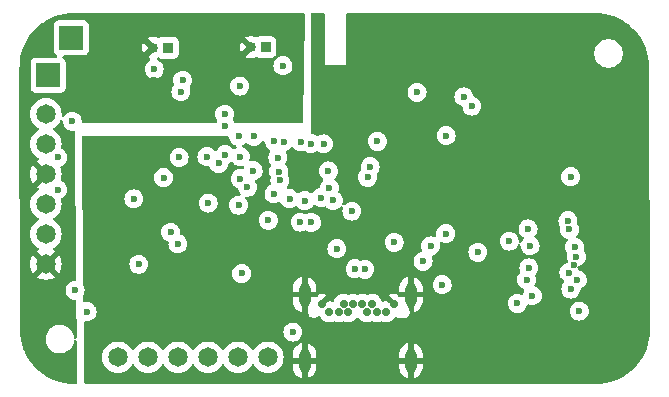
<source format=gbr>
%TF.GenerationSoftware,KiCad,Pcbnew,8.0.8*%
<<<<<<< HEAD:Hardware/Gen3/OuterBoard/3.1b/gerbers/OuterBoard_rev3.1-In1_Cu.gbr
%TF.CreationDate,2025-02-18T00:45:43-08:00*%
=======
%TF.CreationDate,2025-02-18T14:14:41-08:00*%
>>>>>>> 7a9fc26abfc888efe23978d172648197ae3e78b4:Hardware/Gen3/OuterBoard/3.1b/Gerber/OuterBoard_rev3.1-In1_Cu.gbr
%TF.ProjectId,OuterBoard_rev3.1,4f757465-7242-46f6-9172-645f72657633,rev?*%
%TF.SameCoordinates,Original*%
%TF.FileFunction,Copper,L2,Inr*%
%TF.FilePolarity,Positive*%
%FSLAX46Y46*%
G04 Gerber Fmt 4.6, Leading zero omitted, Abs format (unit mm)*
<<<<<<< HEAD:Hardware/Gen3/OuterBoard/3.1b/gerbers/OuterBoard_rev3.1-In1_Cu.gbr
G04 Created by KiCad (PCBNEW 8.0.8) date 2025-02-18 00:45:43*
=======
G04 Created by KiCad (PCBNEW 8.0.8) date 2025-02-18 14:14:41*
>>>>>>> 7a9fc26abfc888efe23978d172648197ae3e78b4:Hardware/Gen3/OuterBoard/3.1b/Gerber/OuterBoard_rev3.1-In1_Cu.gbr
%MOMM*%
%LPD*%
G01*
G04 APERTURE LIST*
%TA.AperFunction,ComponentPad*%
%ADD10C,1.650000*%
%TD*%
%TA.AperFunction,ComponentPad*%
%ADD11C,0.700000*%
%TD*%
%TA.AperFunction,ComponentPad*%
%ADD12O,1.000000X2.000000*%
%TD*%
%TA.AperFunction,ComponentPad*%
%ADD13R,2.000000X2.000000*%
%TD*%
%TA.AperFunction,ComponentPad*%
%ADD14R,0.850000X0.850000*%
%TD*%
%TA.AperFunction,ComponentPad*%
%ADD15C,0.850000*%
%TD*%
%TA.AperFunction,ViaPad*%
%ADD16C,0.600000*%
%TD*%
G04 APERTURE END LIST*
D10*
%TO.N,GPIO45*%
%TO.C,J2*%
X115620800Y-104013000D03*
%TO.N,GPIO46*%
X118160800Y-104013000D03*
%TO.N,IO21{slash}USER_LED*%
X120700800Y-104013000D03*
%TO.N,D10{slash}A10{slash}MOSI*%
X123240800Y-104013000D03*
%TO.N,D9{slash}A9{slash}MISO*%
X125780800Y-104013000D03*
%TO.N,D8{slash}A8{slash}SCK*%
X128320800Y-104013000D03*
%TD*%
D11*
%TO.N,GND*%
%TO.C,J42*%
X138978400Y-99503000D03*
%TO.N,unconnected-(J42-SSTXP2-PadB2)*%
X138328400Y-100203000D03*
%TO.N,unconnected-(J42-SSTXN2-PadB3)*%
X137528400Y-100203000D03*
%TO.N,+5V*%
X137128400Y-99503000D03*
%TO.N,Net-(J42-CC2)*%
X136728400Y-100203000D03*
%TO.N,USB_DP*%
X136328400Y-99503000D03*
%TO.N,USB_DN*%
X135528400Y-99503000D03*
%TO.N,unconnected-(J42-SBU2-PadB8)*%
X135128400Y-100203000D03*
%TO.N,+5V*%
X134728400Y-99503000D03*
%TO.N,unconnected-(J42-SSRXN1-PadB10)*%
X134328400Y-100203000D03*
%TO.N,unconnected-(J42-SSRXP1-PadB11)*%
X133528400Y-100203000D03*
%TO.N,GND*%
X132878400Y-99503000D03*
D12*
X131428400Y-98703000D03*
X140428400Y-98703000D03*
X131428400Y-104303000D03*
X140428400Y-104303000D03*
%TD*%
D13*
%TO.N,Net-(D1-K)*%
%TO.C,TP1*%
X109728000Y-80137000D03*
%TD*%
D14*
%TO.N,+BATT1*%
%TO.C,J3*%
X119837200Y-77800200D03*
D15*
%TO.N,GNDPWR*%
X118587200Y-77800200D03*
%TD*%
D14*
%TO.N,+BATT2*%
%TO.C,J4*%
X128117600Y-77749400D03*
D15*
%TO.N,GNDPWR*%
X126867600Y-77749400D03*
%TD*%
D13*
%TO.N,Net-(D2-K)*%
%TO.C,TP2*%
X111683800Y-76962000D03*
%TD*%
D10*
%TO.N,GNDPWR*%
%TO.C,J1*%
X109524800Y-96113600D03*
%TO.N,VDC*%
X109524800Y-93573600D03*
%TO.N,D1{slash}A1*%
X109524800Y-91033600D03*
%TO.N,GNDPWR*%
X109524800Y-88493600D03*
%TO.N,VDC*%
X109524800Y-85953600D03*
%TO.N,D0{slash}A0*%
X109524800Y-83413600D03*
%TD*%
D16*
%TO.N,GND*%
X147726400Y-94157800D03*
X114935000Y-89611200D03*
X121132600Y-92504600D03*
X142111489Y-93007223D03*
X121488200Y-97002600D03*
X145669000Y-90678000D03*
X154263252Y-96239441D03*
X123910000Y-88790000D03*
X120802400Y-88646600D03*
X110540800Y-87096600D03*
X150320000Y-100336400D03*
X145084800Y-92284600D03*
X150571200Y-89230200D03*
X113030000Y-93116400D03*
X128730000Y-97690000D03*
X142028800Y-90476900D03*
X147650200Y-92456000D03*
X117889684Y-89981291D03*
X123266200Y-92532200D03*
X131069477Y-88457575D03*
X111749000Y-84037600D03*
X139238800Y-88206400D03*
X122047000Y-85648800D03*
X128652394Y-99384806D03*
X135485000Y-78335000D03*
X132535000Y-78335000D03*
X134970000Y-80990000D03*
X134970000Y-83510000D03*
X114681000Y-96926400D03*
X125196600Y-96164400D03*
X122351800Y-99034600D03*
X135661400Y-95097600D03*
X139065000Y-83540600D03*
X117201071Y-93477539D03*
X145770600Y-102743000D03*
X121943122Y-89829707D03*
X142189200Y-83540600D03*
X150012400Y-77241400D03*
%TO.N,VCC*%
X120954800Y-81538800D03*
%TO.N,+2V8*%
X143408400Y-85242400D03*
X141452600Y-95885000D03*
%TO.N,VDC*%
X117396700Y-96139000D03*
X113004600Y-100152200D03*
X121107200Y-80568800D03*
X118688700Y-79618800D03*
%TO.N,Net-(D7-K)*%
X154686000Y-100101400D03*
%TO.N,+3.3V*%
X140944600Y-81584800D03*
X123266200Y-90954600D03*
X126100000Y-96920000D03*
X120802400Y-87096600D03*
X146098900Y-95123000D03*
X111988600Y-98348800D03*
X144909600Y-81965800D03*
X142087600Y-94589600D03*
X119483800Y-88793400D03*
X123153000Y-87031400D03*
X133527800Y-89662000D03*
X110515400Y-89814400D03*
X143078200Y-97866200D03*
%TO.N,+1V8*%
X153847800Y-93192600D03*
X120700800Y-94411800D03*
%TO.N,Net-(C38-Pad1)*%
X133444702Y-88239600D03*
%TO.N,+5V*%
X130429000Y-101879400D03*
%TO.N,IO21{slash}USER_LED*%
X125830000Y-85308799D03*
%TO.N,Net-(FB1-Pad2)*%
X153949400Y-88722200D03*
%TO.N,USB_DP*%
X135712200Y-96520000D03*
X126586400Y-89603665D03*
%TO.N,USB_DN*%
X136525000Y-96570800D03*
X125984000Y-88900000D03*
%TO.N,MTCK{slash}IO39{slash}CAM_SCL*%
X139013899Y-94285101D03*
X143370000Y-93550000D03*
%TO.N,IO38{slash}DVP_VSYNC*%
X133858000Y-90728800D03*
X153725086Y-92450272D03*
%TO.N,Net-(J10-Pad8)*%
X148742400Y-94183200D03*
%TO.N,IO47{slash}DVP_HREF*%
X131987500Y-92597090D03*
X150342600Y-93141800D03*
%TO.N,IO48{slash}DVP_Y9*%
X131054076Y-92574211D03*
X150520400Y-94564200D03*
%TO.N,IO10{slash}XMCLK*%
X127127615Y-85308799D03*
X154300000Y-94700000D03*
%TO.N,IO11{slash}DVP_Y8*%
X124715600Y-86848296D03*
X154440000Y-95490000D03*
%TO.N,IO12{slash}DVP_Y7*%
X153810000Y-96840000D03*
X125984000Y-87020400D03*
%TO.N,IO13{slash}DVP_PCLK*%
X129164567Y-87102167D03*
X150418800Y-96443800D03*
%TO.N,IO14{slash}DVP_Y6*%
X154514600Y-97455000D03*
X124160450Y-87606201D03*
%TO.N,IO15{slash}DVP_Y2*%
X127076200Y-88206000D03*
X150215600Y-97434400D03*
%TO.N,IO16{slash}DVP_Y5*%
X153970000Y-98240000D03*
X129235200Y-88288500D03*
%TO.N,IO17{slash}DVP_Y3*%
X129330301Y-89044545D03*
X150710000Y-98792400D03*
%TO.N,IO18{slash}DVP_Y4*%
X149450000Y-99441000D03*
X128839742Y-90170878D03*
%TO.N,CHIP_EN*%
X133030300Y-85939200D03*
X137591800Y-85725000D03*
%TO.N,BNO_INT*%
X120091200Y-93421200D03*
X125933200Y-81049800D03*
%TO.N,D1{slash}A1*%
X131108400Y-85750400D03*
%TO.N,D0{slash}A0*%
X129592400Y-79324200D03*
%TO.N,GPIO0*%
X131953000Y-85928200D03*
X145592800Y-82753200D03*
%TO.N,BNO_RST*%
X116967000Y-90601800D03*
X124661600Y-83439000D03*
%TO.N,D8{slash}A8{slash}SCK*%
X129641600Y-85750400D03*
%TO.N,D9{slash}A9{slash}MISO*%
X128843704Y-85733896D03*
%TO.N,D10{slash}A10{slash}MOSI*%
X124714000Y-84404200D03*
%TO.N,VDD_SPI*%
X125830000Y-91135200D03*
%TO.N,SPIHD*%
X128357314Y-92410849D03*
%TO.N,SPIWP*%
X134162800Y-94818200D03*
%TO.N,SPICS0*%
X135432900Y-91643200D03*
%TO.N,SPICLK*%
X130149600Y-90576400D03*
%TO.N,SPIQ*%
X132791200Y-90500200D03*
%TO.N,SPID*%
X131445000Y-90754200D03*
%TO.N,GNDPWR*%
X118688700Y-80568800D03*
X117668297Y-83398103D03*
X127345704Y-83494601D03*
X113583130Y-81940400D03*
X119820552Y-83885375D03*
X116890800Y-78536800D03*
%TO.N,GPIO45*%
X136753600Y-88773000D03*
%TO.N,GPIO46*%
X136982200Y-87884000D03*
%TD*%
%TA.AperFunction,Conductor*%
%TO.N,GND*%
G36*
X133065276Y-74870785D02*
G01*
X133111031Y-74923589D01*
X133122237Y-74974875D01*
X133128059Y-78188313D01*
X133130000Y-79260000D01*
X134949999Y-79260000D01*
X134950000Y-79260000D01*
X134942192Y-78188313D01*
X155949300Y-78188313D01*
X155949300Y-78377286D01*
X155978859Y-78563918D01*
X156037254Y-78743636D01*
X156083008Y-78833432D01*
X156123040Y-78911999D01*
X156234110Y-79064873D01*
X156367727Y-79198490D01*
X156520601Y-79309560D01*
X156545346Y-79322168D01*
X156688963Y-79395345D01*
X156688965Y-79395345D01*
X156688968Y-79395347D01*
X156774373Y-79423097D01*
X156868681Y-79453740D01*
X157055314Y-79483300D01*
X157055319Y-79483300D01*
X157244286Y-79483300D01*
X157430918Y-79453740D01*
X157474605Y-79439545D01*
X157610632Y-79395347D01*
X157778999Y-79309560D01*
X157931873Y-79198490D01*
X158065490Y-79064873D01*
X158176560Y-78911999D01*
X158262347Y-78743632D01*
X158320740Y-78563918D01*
X158345784Y-78405796D01*
X158350300Y-78377286D01*
X158350300Y-78188313D01*
X158320740Y-78001681D01*
X158262345Y-77821963D01*
X158176559Y-77653600D01*
X158065490Y-77500727D01*
X157931873Y-77367110D01*
X157778999Y-77256040D01*
X157773441Y-77253208D01*
X157610636Y-77170254D01*
X157430918Y-77111859D01*
X157244286Y-77082300D01*
X157244281Y-77082300D01*
X157055319Y-77082300D01*
X157055314Y-77082300D01*
X156868681Y-77111859D01*
X156688963Y-77170254D01*
X156520600Y-77256040D01*
X156433379Y-77319410D01*
X156367727Y-77367110D01*
X156367725Y-77367112D01*
X156367724Y-77367112D01*
X156234112Y-77500724D01*
X156234112Y-77500725D01*
X156234110Y-77500727D01*
X156194011Y-77555918D01*
X156123040Y-77653600D01*
X156037254Y-77821963D01*
X155978859Y-78001681D01*
X155949300Y-78188313D01*
X134942192Y-78188313D01*
X134919875Y-75125359D01*
X134918787Y-74976003D01*
X134937983Y-74908822D01*
X134990452Y-74862684D01*
X135042784Y-74851100D01*
X155992318Y-74851100D01*
X156029494Y-74851100D01*
X156034902Y-74851218D01*
X156047239Y-74851756D01*
X156425523Y-74868272D01*
X156436260Y-74869212D01*
X156821229Y-74919894D01*
X156831855Y-74921767D01*
X157210947Y-75005810D01*
X157221367Y-75008602D01*
X157591684Y-75125362D01*
X157601838Y-75129058D01*
X157960559Y-75277646D01*
X157970350Y-75282212D01*
X158144505Y-75372871D01*
X158314742Y-75461491D01*
X158324109Y-75466898D01*
X158573340Y-75625676D01*
X158651577Y-75675518D01*
X158660438Y-75681723D01*
X158968467Y-75918082D01*
X158976754Y-75925036D01*
X159263009Y-76187341D01*
X159270658Y-76194990D01*
X159532963Y-76481245D01*
X159539917Y-76489532D01*
X159776276Y-76797561D01*
X159782481Y-76806422D01*
X159991100Y-77133889D01*
X159996508Y-77143257D01*
X160175784Y-77487642D01*
X160180356Y-77497446D01*
X160328940Y-77856159D01*
X160332640Y-77866324D01*
X160449392Y-78236614D01*
X160452192Y-78247064D01*
X160536229Y-78626131D01*
X160538107Y-78636784D01*
X160588785Y-79021719D01*
X160589728Y-79032495D01*
X160606782Y-79423097D01*
X160606900Y-79428506D01*
X160606900Y-79477000D01*
X160607019Y-79478196D01*
X160657692Y-101698780D01*
X160657574Y-101704472D01*
X160640528Y-102094904D01*
X160639585Y-102105680D01*
X160588907Y-102490615D01*
X160587029Y-102501268D01*
X160502992Y-102880335D01*
X160500192Y-102890785D01*
X160383440Y-103261075D01*
X160379740Y-103271240D01*
X160231156Y-103629953D01*
X160226584Y-103639757D01*
X160047308Y-103984142D01*
X160041900Y-103993510D01*
X159833281Y-104320977D01*
X159827076Y-104329838D01*
X159590717Y-104637867D01*
X159583763Y-104646154D01*
X159321458Y-104932409D01*
X159313809Y-104940058D01*
X159027554Y-105202363D01*
X159019267Y-105209317D01*
X158711238Y-105445676D01*
X158702377Y-105451881D01*
X158374910Y-105660500D01*
X158365542Y-105665908D01*
X158021157Y-105845184D01*
X158011353Y-105849756D01*
X157652640Y-105998340D01*
X157642475Y-106002040D01*
X157272185Y-106118792D01*
X157261735Y-106121592D01*
X156882668Y-106205629D01*
X156872015Y-106207507D01*
X156487080Y-106258185D01*
X156476304Y-106259128D01*
X156085703Y-106276182D01*
X156080294Y-106276300D01*
X112905802Y-106276300D01*
X112838763Y-106256615D01*
X112793008Y-106203811D01*
X112781810Y-106153692D01*
X112764319Y-104595288D01*
X112757784Y-104012998D01*
X114290237Y-104012998D01*
X114290237Y-104013001D01*
X114310450Y-104244044D01*
X114310451Y-104244051D01*
X114370478Y-104468074D01*
X114370479Y-104468076D01*
X114370480Y-104468079D01*
X114468499Y-104678282D01*
X114601530Y-104868269D01*
X114765531Y-105032270D01*
X114955518Y-105165301D01*
X115165721Y-105263320D01*
X115389750Y-105323349D01*
X115554785Y-105337787D01*
X115620798Y-105343563D01*
X115620800Y-105343563D01*
X115620802Y-105343563D01*
X115678562Y-105338509D01*
X115851850Y-105323349D01*
X116075879Y-105263320D01*
X116286082Y-105165301D01*
X116476069Y-105032270D01*
X116640070Y-104868269D01*
X116773101Y-104678282D01*
X116778418Y-104666878D01*
X116824590Y-104614440D01*
X116891784Y-104595288D01*
X116958665Y-104615504D01*
X117003181Y-104666878D01*
X117008499Y-104678282D01*
X117141530Y-104868269D01*
X117305531Y-105032270D01*
X117495518Y-105165301D01*
X117705721Y-105263320D01*
X117929750Y-105323349D01*
X118094785Y-105337787D01*
X118160798Y-105343563D01*
X118160800Y-105343563D01*
X118160802Y-105343563D01*
X118218562Y-105338509D01*
X118391850Y-105323349D01*
X118615879Y-105263320D01*
X118826082Y-105165301D01*
X119016069Y-105032270D01*
X119180070Y-104868269D01*
X119313101Y-104678282D01*
X119318418Y-104666878D01*
X119364590Y-104614440D01*
X119431784Y-104595288D01*
X119498665Y-104615504D01*
X119543181Y-104666878D01*
X119548499Y-104678282D01*
X119681530Y-104868269D01*
X119845531Y-105032270D01*
X120035518Y-105165301D01*
X120245721Y-105263320D01*
X120469750Y-105323349D01*
X120634785Y-105337787D01*
X120700798Y-105343563D01*
X120700800Y-105343563D01*
X120700802Y-105343563D01*
X120758562Y-105338509D01*
X120931850Y-105323349D01*
X121155879Y-105263320D01*
X121366082Y-105165301D01*
X121556069Y-105032270D01*
X121720070Y-104868269D01*
X121853101Y-104678282D01*
X121858418Y-104666878D01*
X121904590Y-104614440D01*
X121971784Y-104595288D01*
X122038665Y-104615504D01*
X122083181Y-104666878D01*
X122088499Y-104678282D01*
X122221530Y-104868269D01*
X122385531Y-105032270D01*
X122575518Y-105165301D01*
X122785721Y-105263320D01*
X123009750Y-105323349D01*
X123174785Y-105337787D01*
X123240798Y-105343563D01*
X123240800Y-105343563D01*
X123240802Y-105343563D01*
X123298562Y-105338509D01*
X123471850Y-105323349D01*
X123695879Y-105263320D01*
X123906082Y-105165301D01*
X124096069Y-105032270D01*
X124260070Y-104868269D01*
X124393101Y-104678282D01*
X124398418Y-104666878D01*
X124444590Y-104614440D01*
X124511784Y-104595288D01*
X124578665Y-104615504D01*
X124623181Y-104666878D01*
X124628499Y-104678282D01*
X124761530Y-104868269D01*
X124925531Y-105032270D01*
X125115518Y-105165301D01*
X125325721Y-105263320D01*
X125549750Y-105323349D01*
X125714785Y-105337787D01*
X125780798Y-105343563D01*
X125780800Y-105343563D01*
X125780802Y-105343563D01*
X125838562Y-105338509D01*
X126011850Y-105323349D01*
X126235879Y-105263320D01*
X126446082Y-105165301D01*
X126636069Y-105032270D01*
X126800070Y-104868269D01*
X126933101Y-104678282D01*
X126938418Y-104666878D01*
X126984590Y-104614440D01*
X127051784Y-104595288D01*
X127118665Y-104615504D01*
X127163181Y-104666878D01*
X127168499Y-104678282D01*
X127301530Y-104868269D01*
X127465531Y-105032270D01*
X127655518Y-105165301D01*
X127865721Y-105263320D01*
X128089750Y-105323349D01*
X128254785Y-105337787D01*
X128320798Y-105343563D01*
X128320800Y-105343563D01*
X128320802Y-105343563D01*
X128378562Y-105338509D01*
X128551850Y-105323349D01*
X128775879Y-105263320D01*
X128986082Y-105165301D01*
X129176069Y-105032270D01*
X129340070Y-104868269D01*
X129473101Y-104678282D01*
X129571120Y-104468079D01*
X129631149Y-104244050D01*
X129651363Y-104013000D01*
X129631149Y-103781950D01*
X129610397Y-103704504D01*
X130428400Y-103704504D01*
X130428400Y-104053000D01*
X131178400Y-104053000D01*
X131178400Y-104553000D01*
X130428400Y-104553000D01*
X130428400Y-104901495D01*
X130466827Y-105094681D01*
X130466830Y-105094693D01*
X130542207Y-105276671D01*
X130542214Y-105276684D01*
X130651648Y-105440462D01*
X130651651Y-105440466D01*
X130790933Y-105579748D01*
X130790937Y-105579751D01*
X130954715Y-105689185D01*
X130954728Y-105689192D01*
X131136708Y-105764569D01*
X131178400Y-105772862D01*
X131178400Y-104752728D01*
X131216460Y-104844614D01*
X131286786Y-104914940D01*
X131378672Y-104953000D01*
X131478128Y-104953000D01*
X131570014Y-104914940D01*
X131640340Y-104844614D01*
X131678400Y-104752728D01*
X131678400Y-105772862D01*
X131720090Y-105764569D01*
X131720092Y-105764569D01*
X131902071Y-105689192D01*
X131902084Y-105689185D01*
X132065862Y-105579751D01*
X132065866Y-105579748D01*
X132205148Y-105440466D01*
X132205151Y-105440462D01*
X132314585Y-105276684D01*
X132314592Y-105276671D01*
X132389969Y-105094693D01*
X132389972Y-105094681D01*
X132428399Y-104901495D01*
X132428400Y-104901492D01*
X132428400Y-104553000D01*
X131678400Y-104553000D01*
X131678400Y-104053000D01*
X132428400Y-104053000D01*
X132428400Y-103704508D01*
X132428399Y-103704504D01*
X139428400Y-103704504D01*
X139428400Y-104053000D01*
X140178400Y-104053000D01*
X140178400Y-104553000D01*
X139428400Y-104553000D01*
X139428400Y-104901495D01*
X139466827Y-105094681D01*
X139466830Y-105094693D01*
X139542207Y-105276671D01*
X139542214Y-105276684D01*
X139651648Y-105440462D01*
X139651651Y-105440466D01*
X139790933Y-105579748D01*
X139790937Y-105579751D01*
X139954715Y-105689185D01*
X139954728Y-105689192D01*
X140136708Y-105764569D01*
X140178400Y-105772862D01*
X140178400Y-104752728D01*
X140216460Y-104844614D01*
X140286786Y-104914940D01*
X140378672Y-104953000D01*
X140478128Y-104953000D01*
X140570014Y-104914940D01*
X140640340Y-104844614D01*
X140678400Y-104752728D01*
X140678400Y-105772862D01*
X140720090Y-105764569D01*
X140720092Y-105764569D01*
X140902071Y-105689192D01*
X140902084Y-105689185D01*
X141065862Y-105579751D01*
X141065866Y-105579748D01*
X141205148Y-105440466D01*
X141205151Y-105440462D01*
X141314585Y-105276684D01*
X141314592Y-105276671D01*
X141389969Y-105094693D01*
X141389972Y-105094681D01*
X141428399Y-104901495D01*
X141428400Y-104901492D01*
X141428400Y-104553000D01*
X140678400Y-104553000D01*
X140678400Y-104053000D01*
X141428400Y-104053000D01*
X141428400Y-103704508D01*
X141428399Y-103704504D01*
X141389972Y-103511318D01*
X141389969Y-103511306D01*
X141314592Y-103329328D01*
X141314585Y-103329315D01*
X141205151Y-103165537D01*
X141205148Y-103165533D01*
X141065866Y-103026251D01*
X141065862Y-103026248D01*
X140902084Y-102916814D01*
X140902071Y-102916807D01*
X140720091Y-102841429D01*
X140720083Y-102841427D01*
X140678400Y-102833135D01*
X140678400Y-103853272D01*
X140640340Y-103761386D01*
X140570014Y-103691060D01*
X140478128Y-103653000D01*
X140378672Y-103653000D01*
X140286786Y-103691060D01*
X140216460Y-103761386D01*
X140178400Y-103853272D01*
X140178400Y-102833136D01*
X140178399Y-102833135D01*
X140136716Y-102841427D01*
X140136708Y-102841429D01*
X139954728Y-102916807D01*
X139954715Y-102916814D01*
X139790937Y-103026248D01*
X139790933Y-103026251D01*
X139651651Y-103165533D01*
X139651648Y-103165537D01*
X139542214Y-103329315D01*
X139542207Y-103329328D01*
X139466830Y-103511306D01*
X139466827Y-103511318D01*
X139428400Y-103704504D01*
X132428399Y-103704504D01*
X132389972Y-103511318D01*
X132389969Y-103511306D01*
X132314592Y-103329328D01*
X132314585Y-103329315D01*
X132205151Y-103165537D01*
X132205148Y-103165533D01*
X132065866Y-103026251D01*
X132065862Y-103026248D01*
X131902084Y-102916814D01*
X131902071Y-102916807D01*
X131720091Y-102841429D01*
X131720083Y-102841427D01*
X131678400Y-102833135D01*
X131678400Y-103853272D01*
X131640340Y-103761386D01*
X131570014Y-103691060D01*
X131478128Y-103653000D01*
X131378672Y-103653000D01*
X131286786Y-103691060D01*
X131216460Y-103761386D01*
X131178400Y-103853272D01*
X131178400Y-102833136D01*
X131178399Y-102833135D01*
X131136716Y-102841427D01*
X131136708Y-102841429D01*
X130954728Y-102916807D01*
X130954715Y-102916814D01*
X130790937Y-103026248D01*
X130790933Y-103026251D01*
X130651651Y-103165533D01*
X130651648Y-103165537D01*
X130542214Y-103329315D01*
X130542207Y-103329328D01*
X130466830Y-103511306D01*
X130466827Y-103511318D01*
X130428400Y-103704504D01*
X129610397Y-103704504D01*
X129571120Y-103557921D01*
X129473101Y-103347719D01*
X129473099Y-103347716D01*
X129473098Y-103347714D01*
X129340073Y-103157735D01*
X129340068Y-103157729D01*
X129176069Y-102993730D01*
X129066212Y-102916807D01*
X128986082Y-102860699D01*
X128775879Y-102762680D01*
X128775876Y-102762679D01*
X128775874Y-102762678D01*
X128551851Y-102702651D01*
X128551844Y-102702650D01*
X128320802Y-102682437D01*
X128320798Y-102682437D01*
X128089755Y-102702650D01*
X128089748Y-102702651D01*
X127865717Y-102762681D01*
X127655518Y-102860699D01*
X127655514Y-102860701D01*
X127465535Y-102993726D01*
X127465529Y-102993731D01*
X127301531Y-103157729D01*
X127301526Y-103157735D01*
X127168501Y-103347714D01*
X127168498Y-103347720D01*
X127163181Y-103359123D01*
X127117007Y-103411562D01*
X127049813Y-103430712D01*
X126982933Y-103410495D01*
X126938419Y-103359123D01*
X126933101Y-103347720D01*
X126933098Y-103347714D01*
X126800073Y-103157735D01*
X126800068Y-103157729D01*
X126636069Y-102993730D01*
X126526212Y-102916807D01*
X126446082Y-102860699D01*
X126235879Y-102762680D01*
X126235876Y-102762679D01*
X126235874Y-102762678D01*
X126011851Y-102702651D01*
X126011844Y-102702650D01*
X125780802Y-102682437D01*
X125780798Y-102682437D01*
X125549755Y-102702650D01*
X125549748Y-102702651D01*
X125325717Y-102762681D01*
X125115518Y-102860699D01*
X125115514Y-102860701D01*
X124925535Y-102993726D01*
X124925529Y-102993731D01*
X124761531Y-103157729D01*
X124761526Y-103157735D01*
X124628501Y-103347714D01*
X124628498Y-103347720D01*
X124623181Y-103359123D01*
X124577007Y-103411562D01*
X124509813Y-103430712D01*
X124442933Y-103410495D01*
X124398419Y-103359123D01*
X124393101Y-103347720D01*
X124393098Y-103347714D01*
X124260073Y-103157735D01*
X124260068Y-103157729D01*
X124096069Y-102993730D01*
X123986212Y-102916807D01*
X123906082Y-102860699D01*
X123695879Y-102762680D01*
X123695876Y-102762679D01*
X123695874Y-102762678D01*
X123471851Y-102702651D01*
X123471844Y-102702650D01*
X123240802Y-102682437D01*
X123240798Y-102682437D01*
X123009755Y-102702650D01*
X123009748Y-102702651D01*
X122785717Y-102762681D01*
X122575518Y-102860699D01*
X122575514Y-102860701D01*
X122385535Y-102993726D01*
X122385529Y-102993731D01*
X122221531Y-103157729D01*
X122221526Y-103157735D01*
X122088501Y-103347714D01*
X122088498Y-103347720D01*
X122083181Y-103359123D01*
X122037007Y-103411562D01*
X121969813Y-103430712D01*
X121902933Y-103410495D01*
X121858419Y-103359123D01*
X121853101Y-103347720D01*
X121853098Y-103347714D01*
X121720073Y-103157735D01*
X121720068Y-103157729D01*
X121556069Y-102993730D01*
X121446212Y-102916807D01*
X121366082Y-102860699D01*
X121155879Y-102762680D01*
X121155876Y-102762679D01*
X121155874Y-102762678D01*
X120931851Y-102702651D01*
X120931844Y-102702650D01*
X120700802Y-102682437D01*
X120700798Y-102682437D01*
X120469755Y-102702650D01*
X120469748Y-102702651D01*
X120245717Y-102762681D01*
X120035518Y-102860699D01*
X120035514Y-102860701D01*
X119845535Y-102993726D01*
X119845529Y-102993731D01*
X119681531Y-103157729D01*
X119681526Y-103157735D01*
X119548501Y-103347714D01*
X119548498Y-103347720D01*
X119543181Y-103359123D01*
X119497007Y-103411562D01*
X119429813Y-103430712D01*
X119362933Y-103410495D01*
X119318419Y-103359123D01*
X119313101Y-103347720D01*
X119313098Y-103347714D01*
X119180073Y-103157735D01*
X119180068Y-103157729D01*
X119016069Y-102993730D01*
X118906212Y-102916807D01*
X118826082Y-102860699D01*
X118615879Y-102762680D01*
X118615876Y-102762679D01*
X118615874Y-102762678D01*
X118391851Y-102702651D01*
X118391844Y-102702650D01*
X118160802Y-102682437D01*
X118160798Y-102682437D01*
X117929755Y-102702650D01*
X117929748Y-102702651D01*
X117705717Y-102762681D01*
X117495518Y-102860699D01*
X117495514Y-102860701D01*
X117305535Y-102993726D01*
X117305529Y-102993731D01*
X117141531Y-103157729D01*
X117141526Y-103157735D01*
X117008501Y-103347714D01*
X117008498Y-103347720D01*
X117003181Y-103359123D01*
X116957007Y-103411562D01*
X116889813Y-103430712D01*
X116822933Y-103410495D01*
X116778419Y-103359123D01*
X116773101Y-103347720D01*
X116773098Y-103347714D01*
X116640073Y-103157735D01*
X116640068Y-103157729D01*
X116476069Y-102993730D01*
X116366212Y-102916807D01*
X116286082Y-102860699D01*
X116075879Y-102762680D01*
X116075876Y-102762679D01*
X116075874Y-102762678D01*
X115851851Y-102702651D01*
X115851844Y-102702650D01*
X115620802Y-102682437D01*
X115620798Y-102682437D01*
X115389755Y-102702650D01*
X115389748Y-102702651D01*
X115165717Y-102762681D01*
X114955518Y-102860699D01*
X114955514Y-102860701D01*
X114765535Y-102993726D01*
X114765529Y-102993731D01*
X114601531Y-103157729D01*
X114601526Y-103157735D01*
X114468501Y-103347714D01*
X114468499Y-103347718D01*
X114370481Y-103557917D01*
X114310451Y-103781948D01*
X114310450Y-103781955D01*
X114290237Y-104012998D01*
X112757784Y-104012998D01*
X112733837Y-101879396D01*
X129623435Y-101879396D01*
X129623435Y-101879403D01*
X129643630Y-102058649D01*
X129643631Y-102058654D01*
X129703211Y-102228923D01*
X129758921Y-102317584D01*
X129799184Y-102381662D01*
X129926738Y-102509216D01*
X130079478Y-102605189D01*
X130249745Y-102664768D01*
X130249750Y-102664769D01*
X130428996Y-102684965D01*
X130429000Y-102684965D01*
X130429004Y-102684965D01*
X130608249Y-102664769D01*
X130608252Y-102664768D01*
X130608255Y-102664768D01*
X130778522Y-102605189D01*
X130931262Y-102509216D01*
X131058816Y-102381662D01*
X131154789Y-102228922D01*
X131214368Y-102058655D01*
X131234565Y-101879400D01*
X131214534Y-101701621D01*
X131214369Y-101700150D01*
X131214368Y-101700145D01*
X131154788Y-101529876D01*
X131058815Y-101377137D01*
X130931262Y-101249584D01*
X130778523Y-101153611D01*
X130608254Y-101094031D01*
X130608249Y-101094030D01*
X130429004Y-101073835D01*
X130428996Y-101073835D01*
X130249750Y-101094030D01*
X130249745Y-101094031D01*
X130079476Y-101153611D01*
X129926737Y-101249584D01*
X129799184Y-101377137D01*
X129703211Y-101529876D01*
X129643631Y-101700145D01*
X129643630Y-101700150D01*
X129623435Y-101879396D01*
X112733837Y-101879396D01*
X112724712Y-101066372D01*
X112743643Y-100999119D01*
X112795930Y-100952775D01*
X112862587Y-100941764D01*
X112921447Y-100948396D01*
X113004597Y-100957765D01*
X113004600Y-100957765D01*
X113004604Y-100957765D01*
X113183849Y-100937569D01*
X113183852Y-100937568D01*
X113183855Y-100937568D01*
X113354122Y-100877989D01*
X113506862Y-100782016D01*
X113634416Y-100654462D01*
X113730389Y-100501722D01*
X113789968Y-100331455D01*
X113795692Y-100280654D01*
X113810165Y-100152203D01*
X113810165Y-100152196D01*
X113789969Y-99972950D01*
X113789968Y-99972945D01*
X113757562Y-99880335D01*
X113730389Y-99802678D01*
X113722751Y-99790523D01*
X113683151Y-99727500D01*
X113634416Y-99649938D01*
X113506862Y-99522384D01*
X113500184Y-99518188D01*
X113354123Y-99426411D01*
X113183854Y-99366831D01*
X113183849Y-99366830D01*
X113004604Y-99346635D01*
X113004596Y-99346635D01*
X112842124Y-99364940D01*
X112773302Y-99352885D01*
X112721923Y-99305536D01*
X112704249Y-99243114D01*
X112698830Y-98760210D01*
X112714109Y-98705926D01*
X112711364Y-98704604D01*
X112714384Y-98698328D01*
X112714389Y-98698322D01*
X112773968Y-98528055D01*
X112783565Y-98442878D01*
X112794165Y-98348803D01*
X112794165Y-98348796D01*
X112773969Y-98169550D01*
X112773968Y-98169545D01*
X112768179Y-98153000D01*
X112751209Y-98104504D01*
X130428400Y-98104504D01*
X130428400Y-98453000D01*
X131178400Y-98453000D01*
X131178400Y-98953000D01*
X130428400Y-98953000D01*
X130428400Y-99301495D01*
X130466827Y-99494681D01*
X130466830Y-99494693D01*
X130542207Y-99676671D01*
X130542214Y-99676684D01*
X130651648Y-99840462D01*
X130651651Y-99840466D01*
X130790933Y-99979748D01*
X130790937Y-99979751D01*
X130954715Y-100089185D01*
X130954728Y-100089192D01*
X131136708Y-100164569D01*
X131178400Y-100172862D01*
X131178400Y-99052728D01*
X131216460Y-99144614D01*
X131286786Y-99214940D01*
X131378672Y-99253000D01*
X131478128Y-99253000D01*
X131570014Y-99214940D01*
X131640340Y-99144614D01*
X131678400Y-99052728D01*
X131678400Y-100172862D01*
X131682565Y-100176281D01*
X131721899Y-100234027D01*
X131725627Y-100257701D01*
X131726839Y-100257542D01*
X131727899Y-100265598D01*
X131745546Y-100331455D01*
X131760305Y-100386536D01*
X131822905Y-100494964D01*
X131911436Y-100583495D01*
X132019864Y-100646095D01*
X132140799Y-100678500D01*
X132140801Y-100678500D01*
X132265999Y-100678500D01*
X132266001Y-100678500D01*
X132386936Y-100646095D01*
X132495364Y-100583495D01*
X132552679Y-100526179D01*
X132613998Y-100492697D01*
X132683690Y-100497681D01*
X132739624Y-100539552D01*
X132747740Y-100551857D01*
X132836541Y-100705665D01*
X132878212Y-100751946D01*
X132956164Y-100838521D01*
X132956167Y-100838523D01*
X132956170Y-100838526D01*
X133100807Y-100943612D01*
X133264133Y-101016329D01*
X133439009Y-101053500D01*
X133439010Y-101053500D01*
X133617789Y-101053500D01*
X133617791Y-101053500D01*
X133792667Y-101016329D01*
X133877965Y-100978351D01*
X133947214Y-100969067D01*
X133978832Y-100978351D01*
X134064133Y-101016329D01*
X134239009Y-101053500D01*
X134239010Y-101053500D01*
X134417789Y-101053500D01*
X134417791Y-101053500D01*
X134592667Y-101016329D01*
X134677965Y-100978351D01*
X134747214Y-100969067D01*
X134778832Y-100978351D01*
X134864133Y-101016329D01*
X135039009Y-101053500D01*
X135039010Y-101053500D01*
X135217789Y-101053500D01*
X135217791Y-101053500D01*
X135392667Y-101016329D01*
X135555993Y-100943612D01*
X135700630Y-100838526D01*
X135820259Y-100705665D01*
X135821011Y-100704363D01*
X135821643Y-100703760D01*
X135824081Y-100700405D01*
X135824694Y-100700850D01*
X135871576Y-100656146D01*
X135940182Y-100642920D01*
X136005048Y-100668886D01*
X136032498Y-100700565D01*
X136032719Y-100700405D01*
X136034586Y-100702975D01*
X136035789Y-100704363D01*
X136036539Y-100705663D01*
X136156164Y-100838521D01*
X136156167Y-100838523D01*
X136156170Y-100838526D01*
X136300807Y-100943612D01*
X136464133Y-101016329D01*
X136639009Y-101053500D01*
X136639010Y-101053500D01*
X136817789Y-101053500D01*
X136817791Y-101053500D01*
X136992667Y-101016329D01*
X137077965Y-100978351D01*
X137147214Y-100969067D01*
X137178832Y-100978351D01*
X137264133Y-101016329D01*
X137439009Y-101053500D01*
X137439010Y-101053500D01*
X137617789Y-101053500D01*
X137617791Y-101053500D01*
X137792667Y-101016329D01*
X137877965Y-100978351D01*
X137947214Y-100969067D01*
X137978832Y-100978351D01*
X138064133Y-101016329D01*
X138239009Y-101053500D01*
X138239010Y-101053500D01*
X138417789Y-101053500D01*
X138417791Y-101053500D01*
X138592667Y-101016329D01*
X138755993Y-100943612D01*
X138900630Y-100838526D01*
X139020259Y-100705665D01*
X139033954Y-100681943D01*
X139084519Y-100633728D01*
X139153126Y-100620504D01*
X139203338Y-100636555D01*
X139300564Y-100692688D01*
X139434217Y-100728500D01*
X139434219Y-100728500D01*
X139872581Y-100728500D01*
X139872583Y-100728500D01*
X140006236Y-100692688D01*
X140126065Y-100623505D01*
X140223905Y-100525665D01*
X140293088Y-100405836D01*
X140328900Y-100272183D01*
X140328900Y-100133817D01*
X140293088Y-100000164D01*
X140223905Y-99880335D01*
X140214719Y-99871149D01*
X140181234Y-99809826D01*
X140178400Y-99783468D01*
X140178400Y-99052728D01*
X140216460Y-99144614D01*
X140286786Y-99214940D01*
X140378672Y-99253000D01*
X140478128Y-99253000D01*
X140570014Y-99214940D01*
X140640340Y-99144614D01*
X140678400Y-99052728D01*
X140678400Y-100172862D01*
X140720090Y-100164569D01*
X140720092Y-100164569D01*
X140902071Y-100089192D01*
X140902084Y-100089185D01*
X141065862Y-99979751D01*
X141065866Y-99979748D01*
X141205148Y-99840466D01*
X141205151Y-99840462D01*
X141314585Y-99676684D01*
X141314592Y-99676671D01*
X141389969Y-99494693D01*
X141389972Y-99494681D01*
X141400651Y-99440996D01*
X148644435Y-99440996D01*
X148644435Y-99441003D01*
X148664630Y-99620249D01*
X148664631Y-99620254D01*
X148724211Y-99790523D01*
X148744307Y-99822505D01*
X148820184Y-99943262D01*
X148947738Y-100070816D01*
X148996406Y-100101396D01*
X149077264Y-100152203D01*
X149100478Y-100166789D01*
X149117834Y-100172862D01*
X149270745Y-100226368D01*
X149270750Y-100226369D01*
X149449996Y-100246565D01*
X149450000Y-100246565D01*
X149450004Y-100246565D01*
X149629249Y-100226369D01*
X149629252Y-100226368D01*
X149629255Y-100226368D01*
X149799522Y-100166789D01*
X149903594Y-100101396D01*
X153880435Y-100101396D01*
X153880435Y-100101403D01*
X153900630Y-100280649D01*
X153900631Y-100280654D01*
X153960211Y-100450923D01*
X154023621Y-100551839D01*
X154056184Y-100603662D01*
X154183738Y-100731216D01*
X154336478Y-100827189D01*
X154481653Y-100877988D01*
X154506745Y-100886768D01*
X154506750Y-100886769D01*
X154685996Y-100906965D01*
X154686000Y-100906965D01*
X154686004Y-100906965D01*
X154865249Y-100886769D01*
X154865252Y-100886768D01*
X154865255Y-100886768D01*
X155035522Y-100827189D01*
X155188262Y-100731216D01*
X155315816Y-100603662D01*
X155411789Y-100450922D01*
X155471368Y-100280655D01*
X155473065Y-100265598D01*
X155491565Y-100101403D01*
X155491565Y-100101396D01*
X155471369Y-99922150D01*
X155471368Y-99922145D01*
X155432066Y-99809826D01*
X155411789Y-99751878D01*
X155315816Y-99599138D01*
X155188262Y-99471584D01*
X155116370Y-99426411D01*
X155035523Y-99375611D01*
X154865254Y-99316031D01*
X154865249Y-99316030D01*
X154686004Y-99295835D01*
X154685996Y-99295835D01*
X154506750Y-99316030D01*
X154506745Y-99316031D01*
X154336476Y-99375611D01*
X154183737Y-99471584D01*
X154056184Y-99599137D01*
X153960211Y-99751876D01*
X153900631Y-99922145D01*
X153900630Y-99922150D01*
X153880435Y-100101396D01*
X149903594Y-100101396D01*
X149952262Y-100070816D01*
X150079816Y-99943262D01*
X150175789Y-99790522D01*
X150235368Y-99620255D01*
X150235368Y-99620254D01*
X150237668Y-99613682D01*
X150238881Y-99614106D01*
X150269422Y-99559501D01*
X150331082Y-99526640D01*
X150397164Y-99531026D01*
X150530745Y-99577768D01*
X150530750Y-99577769D01*
X150709996Y-99597965D01*
X150710000Y-99597965D01*
X150710004Y-99597965D01*
X150889249Y-99577769D01*
X150889252Y-99577768D01*
X150889255Y-99577768D01*
X151059522Y-99518189D01*
X151212262Y-99422216D01*
X151339816Y-99294662D01*
X151435789Y-99141922D01*
X151495368Y-98971655D01*
X151497470Y-98953000D01*
X151515565Y-98792403D01*
X151515565Y-98792396D01*
X151495369Y-98613150D01*
X151495368Y-98613145D01*
X151465594Y-98528055D01*
X151435789Y-98442878D01*
X151339816Y-98290138D01*
X151212262Y-98162584D01*
X151119835Y-98104508D01*
X151059523Y-98066611D01*
X150963836Y-98033129D01*
X150907060Y-97992407D01*
X150881313Y-97927454D01*
X150894769Y-97858892D01*
X150899798Y-97850115D01*
X150941387Y-97783926D01*
X150941388Y-97783923D01*
X150941389Y-97783922D01*
X151000968Y-97613655D01*
X151008161Y-97549815D01*
X151021165Y-97434403D01*
X151021165Y-97434396D01*
X151000969Y-97255150D01*
X151000967Y-97255142D01*
X150958934Y-97135017D01*
X150955373Y-97065239D01*
X150988293Y-97006384D01*
X151048616Y-96946062D01*
X151144589Y-96793322D01*
X151204168Y-96623055D01*
X151208467Y-96584901D01*
X151224365Y-96443803D01*
X151224365Y-96443796D01*
X151204169Y-96264550D01*
X151204168Y-96264545D01*
X151189028Y-96221278D01*
X151144589Y-96094278D01*
X151128415Y-96068538D01*
X151048615Y-95941537D01*
X150921062Y-95813984D01*
X150768323Y-95718011D01*
X150598054Y-95658431D01*
X150598049Y-95658430D01*
X150418804Y-95638235D01*
X150418796Y-95638235D01*
X150239550Y-95658430D01*
X150239545Y-95658431D01*
X150069276Y-95718011D01*
X149916537Y-95813984D01*
X149788984Y-95941537D01*
X149693011Y-96094276D01*
X149633431Y-96264545D01*
X149633430Y-96264550D01*
X149613235Y-96443796D01*
X149613235Y-96443803D01*
X149633430Y-96623049D01*
X149633432Y-96623057D01*
X149675465Y-96743180D01*
X149679026Y-96812958D01*
X149646106Y-96871814D01*
X149585784Y-96932136D01*
X149489811Y-97084876D01*
X149430231Y-97255145D01*
X149430230Y-97255150D01*
X149410035Y-97434396D01*
X149410035Y-97434403D01*
X149430230Y-97613649D01*
X149430231Y-97613654D01*
X149489811Y-97783923D01*
X149569852Y-97911306D01*
X149585784Y-97936662D01*
X149713338Y-98064216D01*
X149866078Y-98160189D01*
X149961762Y-98193670D01*
X150018538Y-98234392D01*
X150044286Y-98299344D01*
X150030830Y-98367906D01*
X150025803Y-98376683D01*
X149984210Y-98442879D01*
X149965617Y-98496016D01*
X149924632Y-98613145D01*
X149924631Y-98613147D01*
X149922333Y-98619717D01*
X149921122Y-98619293D01*
X149890565Y-98673911D01*
X149828900Y-98706763D01*
X149762836Y-98702374D01*
X149629254Y-98655631D01*
X149629249Y-98655630D01*
X149450004Y-98635435D01*
X149449996Y-98635435D01*
X149270750Y-98655630D01*
X149270745Y-98655631D01*
X149100476Y-98715211D01*
X148947737Y-98811184D01*
X148820184Y-98938737D01*
X148724211Y-99091476D01*
X148664631Y-99261745D01*
X148664630Y-99261750D01*
X148644435Y-99440996D01*
X141400651Y-99440996D01*
X141428399Y-99301495D01*
X141428400Y-99301492D01*
X141428400Y-98953000D01*
X140678400Y-98953000D01*
X140678400Y-98453000D01*
X141428400Y-98453000D01*
X141428400Y-98104508D01*
X141428399Y-98104504D01*
X141389972Y-97911318D01*
X141389969Y-97911306D01*
X141371284Y-97866196D01*
X142272635Y-97866196D01*
X142272635Y-97866203D01*
X142292830Y-98045449D01*
X142292831Y-98045454D01*
X142352411Y-98215723D01*
X142436031Y-98348803D01*
X142448384Y-98368462D01*
X142575938Y-98496016D01*
X142626918Y-98528049D01*
X142724751Y-98589522D01*
X142728678Y-98591989D01*
X142852840Y-98635435D01*
X142898945Y-98651568D01*
X142898950Y-98651569D01*
X143078196Y-98671765D01*
X143078200Y-98671765D01*
X143078204Y-98671765D01*
X143257449Y-98651569D01*
X143257452Y-98651568D01*
X143257455Y-98651568D01*
X143427722Y-98591989D01*
X143580462Y-98496016D01*
X143708016Y-98368462D01*
X143803989Y-98215722D01*
X143863568Y-98045455D01*
X143864957Y-98033129D01*
X143883765Y-97866203D01*
X143883765Y-97866196D01*
X143863569Y-97686950D01*
X143863568Y-97686945D01*
X143849167Y-97645789D01*
X143803989Y-97516678D01*
X143795391Y-97502995D01*
X143708015Y-97363937D01*
X143580462Y-97236384D01*
X143427723Y-97140411D01*
X143257454Y-97080831D01*
X143257449Y-97080830D01*
X143078204Y-97060635D01*
X143078196Y-97060635D01*
X142898950Y-97080830D01*
X142898945Y-97080831D01*
X142728676Y-97140411D01*
X142575937Y-97236384D01*
X142448384Y-97363937D01*
X142352411Y-97516676D01*
X142292831Y-97686945D01*
X142292830Y-97686950D01*
X142272635Y-97866196D01*
X141371284Y-97866196D01*
X141314592Y-97729328D01*
X141314585Y-97729315D01*
X141205151Y-97565537D01*
X141205148Y-97565533D01*
X141065866Y-97426251D01*
X141065862Y-97426248D01*
X140902084Y-97316814D01*
X140902071Y-97316807D01*
X140720091Y-97241429D01*
X140720083Y-97241427D01*
X140678400Y-97233135D01*
X140678400Y-98353272D01*
X140640340Y-98261386D01*
X140570014Y-98191060D01*
X140478128Y-98153000D01*
X140378672Y-98153000D01*
X140286786Y-98191060D01*
X140216460Y-98261386D01*
X140178400Y-98353272D01*
X140178400Y-97233136D01*
X140178399Y-97233135D01*
X140136716Y-97241427D01*
X140136708Y-97241429D01*
X139954728Y-97316807D01*
X139954715Y-97316814D01*
X139790937Y-97426248D01*
X139790933Y-97426251D01*
X139651651Y-97565533D01*
X139651648Y-97565537D01*
X139542214Y-97729315D01*
X139542207Y-97729328D01*
X139466830Y-97911306D01*
X139466827Y-97911318D01*
X139428400Y-98104504D01*
X139428400Y-98453000D01*
X140178400Y-98453000D01*
X140178400Y-98953000D01*
X139422400Y-98953000D01*
X139355361Y-98933315D01*
X139309606Y-98880511D01*
X139298400Y-98829000D01*
X139298400Y-98715032D01*
X139242509Y-98690148D01*
X139067739Y-98653000D01*
X138889061Y-98653000D01*
X138714290Y-98690148D01*
X138714289Y-98690148D01*
X138579232Y-98750279D01*
X139067495Y-99238541D01*
X139100980Y-99299864D01*
X139098118Y-99339875D01*
X139091691Y-99333448D01*
X139018182Y-99303000D01*
X138938618Y-99303000D01*
X138865109Y-99333448D01*
X138808848Y-99389709D01*
X138778400Y-99463218D01*
X138778400Y-99478667D01*
X138755993Y-99462388D01*
X138592667Y-99389671D01*
X138592665Y-99389670D01*
X138592664Y-99389670D01*
X138525539Y-99375402D01*
X138464057Y-99342209D01*
X138463639Y-99341793D01*
X138226747Y-99104900D01*
X138197608Y-99155370D01*
X138171594Y-99235436D01*
X138132157Y-99293112D01*
X138067798Y-99320310D01*
X137998952Y-99308395D01*
X137947476Y-99261151D01*
X137935732Y-99235436D01*
X137909652Y-99155171D01*
X137909651Y-99155168D01*
X137909650Y-99155165D01*
X137820259Y-99000335D01*
X137759914Y-98933315D01*
X137700635Y-98867478D01*
X137700632Y-98867476D01*
X137700631Y-98867475D01*
X137700630Y-98867474D01*
X137555993Y-98762388D01*
X137392667Y-98689671D01*
X137392665Y-98689670D01*
X137264994Y-98662533D01*
X137217791Y-98652500D01*
X137039009Y-98652500D01*
X136991805Y-98662533D01*
X136864135Y-98689670D01*
X136778835Y-98727648D01*
X136709585Y-98736932D01*
X136677965Y-98727648D01*
X136626207Y-98704604D01*
X136592667Y-98689671D01*
X136592665Y-98689670D01*
X136464994Y-98662533D01*
X136417791Y-98652500D01*
X136239009Y-98652500D01*
X136191805Y-98662533D01*
X136064135Y-98689670D01*
X135978835Y-98727648D01*
X135909585Y-98736932D01*
X135877965Y-98727648D01*
X135826207Y-98704604D01*
X135792667Y-98689671D01*
X135792665Y-98689670D01*
X135664994Y-98662533D01*
X135617791Y-98652500D01*
X135439009Y-98652500D01*
X135391805Y-98662533D01*
X135264135Y-98689670D01*
X135178835Y-98727648D01*
X135109585Y-98736932D01*
X135077965Y-98727648D01*
X135026207Y-98704604D01*
X134992667Y-98689671D01*
X134992665Y-98689670D01*
X134864994Y-98662533D01*
X134817791Y-98652500D01*
X134639009Y-98652500D01*
X134608354Y-98659015D01*
X134464133Y-98689670D01*
X134464128Y-98689672D01*
X134300808Y-98762387D01*
X134156168Y-98867475D01*
X134036540Y-99000336D01*
X133947150Y-99155164D01*
X133947148Y-99155168D01*
X133921067Y-99235437D01*
X133881628Y-99293112D01*
X133817270Y-99320310D01*
X133748423Y-99308395D01*
X133696948Y-99261150D01*
X133685204Y-99235434D01*
X133659191Y-99155372D01*
X133659190Y-99155369D01*
X133630051Y-99104899D01*
X133393159Y-99341793D01*
X133331836Y-99375278D01*
X133331260Y-99375402D01*
X133264132Y-99389671D01*
X133264128Y-99389672D01*
X133100808Y-99462387D01*
X133078400Y-99478667D01*
X133078400Y-99463218D01*
X133047952Y-99389709D01*
X132991691Y-99333448D01*
X132918182Y-99303000D01*
X132838618Y-99303000D01*
X132765109Y-99333448D01*
X132756577Y-99341979D01*
X132760803Y-99282889D01*
X132789304Y-99238542D01*
X133277566Y-98750279D01*
X133142508Y-98690148D01*
X133142509Y-98690148D01*
X132967739Y-98653000D01*
X132789061Y-98653000D01*
X132614290Y-98690148D01*
X132614289Y-98690148D01*
X132558400Y-98715032D01*
X132558400Y-98829000D01*
X132538715Y-98896039D01*
X132485911Y-98941794D01*
X132434400Y-98953000D01*
X131678400Y-98953000D01*
X131678400Y-98453000D01*
X132428400Y-98453000D01*
X132428400Y-98104508D01*
X132428399Y-98104504D01*
X132389972Y-97911318D01*
X132389969Y-97911306D01*
X132314592Y-97729328D01*
X132314585Y-97729315D01*
X132205151Y-97565537D01*
X132205148Y-97565533D01*
X132065866Y-97426251D01*
X132065862Y-97426248D01*
X131902084Y-97316814D01*
X131902071Y-97316807D01*
X131720091Y-97241429D01*
X131720083Y-97241427D01*
X131678400Y-97233135D01*
X131678400Y-98353272D01*
X131640340Y-98261386D01*
X131570014Y-98191060D01*
X131478128Y-98153000D01*
X131378672Y-98153000D01*
X131286786Y-98191060D01*
X131216460Y-98261386D01*
X131178400Y-98353272D01*
X131178400Y-97233136D01*
X131178399Y-97233135D01*
X131136716Y-97241427D01*
X131136708Y-97241429D01*
X130954728Y-97316807D01*
X130954715Y-97316814D01*
X130790937Y-97426248D01*
X130790933Y-97426251D01*
X130651651Y-97565533D01*
X130651648Y-97565537D01*
X130542214Y-97729315D01*
X130542207Y-97729328D01*
X130466830Y-97911306D01*
X130466827Y-97911318D01*
X130428400Y-98104504D01*
X112751209Y-98104504D01*
X112714389Y-97999278D01*
X112714387Y-97999275D01*
X112714387Y-97999274D01*
X112708458Y-97989838D01*
X112689459Y-97925259D01*
X112669411Y-96138996D01*
X116591135Y-96138996D01*
X116591135Y-96139003D01*
X116611330Y-96318249D01*
X116611331Y-96318254D01*
X116670911Y-96488523D01*
X116755440Y-96623049D01*
X116766884Y-96641262D01*
X116894438Y-96768816D01*
X116933439Y-96793322D01*
X117007726Y-96840000D01*
X117047178Y-96864789D01*
X117204951Y-96919996D01*
X117217445Y-96924368D01*
X117217450Y-96924369D01*
X117396696Y-96944565D01*
X117396700Y-96944565D01*
X117396704Y-96944565D01*
X117575949Y-96924369D01*
X117575952Y-96924368D01*
X117575955Y-96924368D01*
X117588449Y-96919996D01*
X125294435Y-96919996D01*
X125294435Y-96920003D01*
X125314630Y-97099249D01*
X125314631Y-97099254D01*
X125374211Y-97269523D01*
X125441345Y-97376365D01*
X125470184Y-97422262D01*
X125597738Y-97549816D01*
X125688080Y-97606582D01*
X125732121Y-97634255D01*
X125750478Y-97645789D01*
X125871773Y-97688232D01*
X125920745Y-97705368D01*
X125920750Y-97705369D01*
X126099996Y-97725565D01*
X126100000Y-97725565D01*
X126100004Y-97725565D01*
X126279249Y-97705369D01*
X126279252Y-97705368D01*
X126279255Y-97705368D01*
X126449522Y-97645789D01*
X126602262Y-97549816D01*
X126729816Y-97422262D01*
X126825789Y-97269522D01*
X126885368Y-97099255D01*
X126887444Y-97080830D01*
X126905565Y-96920003D01*
X126905565Y-96919996D01*
X126885369Y-96740750D01*
X126885368Y-96740745D01*
X126859622Y-96667167D01*
X126825789Y-96570478D01*
X126794069Y-96519996D01*
X134906635Y-96519996D01*
X134906635Y-96520003D01*
X134926830Y-96699249D01*
X134926831Y-96699254D01*
X134986411Y-96869523D01*
X135038699Y-96952738D01*
X135082384Y-97022262D01*
X135209938Y-97149816D01*
X135273130Y-97189522D01*
X135346223Y-97235450D01*
X135362678Y-97245789D01*
X135448302Y-97275750D01*
X135532945Y-97305368D01*
X135532950Y-97305369D01*
X135712196Y-97325565D01*
X135712200Y-97325565D01*
X135712204Y-97325565D01*
X135891449Y-97305369D01*
X135891451Y-97305368D01*
X135891455Y-97305368D01*
X135891458Y-97305366D01*
X135891462Y-97305366D01*
X136026494Y-97258116D01*
X136096273Y-97254554D01*
X136133422Y-97270163D01*
X136175478Y-97296589D01*
X136233258Y-97316807D01*
X136345745Y-97356168D01*
X136345750Y-97356169D01*
X136524996Y-97376365D01*
X136525000Y-97376365D01*
X136525004Y-97376365D01*
X136704249Y-97356169D01*
X136704252Y-97356168D01*
X136704255Y-97356168D01*
X136874522Y-97296589D01*
X137027262Y-97200616D01*
X137154816Y-97073062D01*
X137250789Y-96920322D01*
X137310368Y-96750055D01*
X137311143Y-96743180D01*
X137330565Y-96570803D01*
X137330565Y-96570796D01*
X137310369Y-96391550D01*
X137310368Y-96391545D01*
X137284722Y-96318254D01*
X137250789Y-96221278D01*
X137247339Y-96215788D01*
X137187036Y-96119816D01*
X137154816Y-96068538D01*
X137027262Y-95940984D01*
X136975354Y-95908368D01*
X136938158Y-95884996D01*
X140647035Y-95884996D01*
X140647035Y-95885003D01*
X140667230Y-96064249D01*
X140667231Y-96064254D01*
X140726811Y-96234523D01*
X140822784Y-96387262D01*
X140950338Y-96514816D01*
X141038920Y-96570476D01*
X141061877Y-96584901D01*
X141103078Y-96610789D01*
X141190165Y-96641262D01*
X141273345Y-96670368D01*
X141273350Y-96670369D01*
X141452596Y-96690565D01*
X141452600Y-96690565D01*
X141452604Y-96690565D01*
X141631849Y-96670369D01*
X141631852Y-96670368D01*
X141631855Y-96670368D01*
X141802122Y-96610789D01*
X141954862Y-96514816D01*
X142082416Y-96387262D01*
X142178389Y-96234522D01*
X142237968Y-96064255D01*
X142237969Y-96064249D01*
X142258165Y-95885003D01*
X142258165Y-95884996D01*
X142237969Y-95705750D01*
X142237968Y-95705745D01*
X142178749Y-95536507D01*
X142175188Y-95466728D01*
X142209917Y-95406100D01*
X142260773Y-95378672D01*
X142260282Y-95377268D01*
X142281724Y-95369765D01*
X142437122Y-95315389D01*
X142589862Y-95219416D01*
X142686282Y-95122996D01*
X145293335Y-95122996D01*
X145293335Y-95123003D01*
X145313530Y-95302249D01*
X145313531Y-95302254D01*
X145373111Y-95472523D01*
X145455453Y-95603568D01*
X145469084Y-95625262D01*
X145596638Y-95752816D01*
X145648546Y-95785432D01*
X145734629Y-95839522D01*
X145749378Y-95848789D01*
X145852852Y-95884996D01*
X145919645Y-95908368D01*
X145919650Y-95908369D01*
X146098896Y-95928565D01*
X146098900Y-95928565D01*
X146098904Y-95928565D01*
X146278149Y-95908369D01*
X146278152Y-95908368D01*
X146278155Y-95908368D01*
X146448422Y-95848789D01*
X146601162Y-95752816D01*
X146728716Y-95625262D01*
X146824689Y-95472522D01*
X146884268Y-95302255D01*
X146893833Y-95217365D01*
X146904465Y-95123003D01*
X146904465Y-95122996D01*
X146884269Y-94943750D01*
X146884268Y-94943745D01*
X146840338Y-94818200D01*
X146824689Y-94773478D01*
X146821785Y-94768857D01*
X146737441Y-94634624D01*
X146728716Y-94620738D01*
X146601162Y-94493184D01*
X146555273Y-94464350D01*
X146448423Y-94397211D01*
X146278154Y-94337631D01*
X146278149Y-94337630D01*
X146098904Y-94317435D01*
X146098896Y-94317435D01*
X145919650Y-94337630D01*
X145919645Y-94337631D01*
X145749376Y-94397211D01*
X145596637Y-94493184D01*
X145469084Y-94620737D01*
X145373111Y-94773476D01*
X145313531Y-94943745D01*
X145313530Y-94943750D01*
X145293335Y-95122996D01*
X142686282Y-95122996D01*
X142717416Y-95091862D01*
X142813389Y-94939122D01*
X142872968Y-94768855D01*
X142880726Y-94700000D01*
X142893165Y-94589603D01*
X142893165Y-94589597D01*
X142873226Y-94412636D01*
X142885280Y-94343814D01*
X142932629Y-94292434D01*
X143000240Y-94274810D01*
X143037401Y-94281711D01*
X143190737Y-94335366D01*
X143190743Y-94335367D01*
X143190745Y-94335368D01*
X143190746Y-94335368D01*
X143190750Y-94335369D01*
X143369996Y-94355565D01*
X143370000Y-94355565D01*
X143370004Y-94355565D01*
X143549249Y-94335369D01*
X143549252Y-94335368D01*
X143549255Y-94335368D01*
X143719522Y-94275789D01*
X143866883Y-94183196D01*
X147936835Y-94183196D01*
X147936835Y-94183203D01*
X147957030Y-94362449D01*
X147957031Y-94362454D01*
X148016611Y-94532723D01*
X148112584Y-94685462D01*
X148240138Y-94813016D01*
X148392878Y-94908989D01*
X148504811Y-94948156D01*
X148563145Y-94968568D01*
X148563150Y-94968569D01*
X148742396Y-94988765D01*
X148742400Y-94988765D01*
X148742404Y-94988765D01*
X148921649Y-94968569D01*
X148921652Y-94968568D01*
X148921655Y-94968568D01*
X149091922Y-94908989D01*
X149244662Y-94813016D01*
X149372216Y-94685462D01*
X149468189Y-94532722D01*
X149473793Y-94516707D01*
X149514514Y-94459931D01*
X149579467Y-94434183D01*
X149648028Y-94447639D01*
X149698432Y-94496025D01*
X149714835Y-94557661D01*
X149714835Y-94564203D01*
X149735030Y-94743449D01*
X149735031Y-94743454D01*
X149794611Y-94913723D01*
X149890584Y-95066462D01*
X150018138Y-95194016D01*
X150058562Y-95219416D01*
X150157415Y-95281530D01*
X150170878Y-95289989D01*
X150257965Y-95320462D01*
X150341145Y-95349568D01*
X150341150Y-95349569D01*
X150520396Y-95369765D01*
X150520400Y-95369765D01*
X150520404Y-95369765D01*
X150699649Y-95349569D01*
X150699652Y-95349568D01*
X150699655Y-95349568D01*
X150869922Y-95289989D01*
X151022662Y-95194016D01*
X151150216Y-95066462D01*
X151246189Y-94913722D01*
X151305768Y-94743455D01*
X151310665Y-94699996D01*
X151325965Y-94564203D01*
X151325965Y-94564196D01*
X151305769Y-94384950D01*
X151305768Y-94384945D01*
X151288420Y-94335368D01*
X151246189Y-94214678D01*
X151229667Y-94188384D01*
X151155397Y-94070184D01*
X151150216Y-94061938D01*
X151022662Y-93934384D01*
X150945168Y-93885691D01*
X150898878Y-93833357D01*
X150888230Y-93764304D01*
X150916605Y-93700455D01*
X150923449Y-93693028D01*
X150972416Y-93644062D01*
X151068389Y-93491322D01*
X151127968Y-93321055D01*
X151127969Y-93321049D01*
X151148165Y-93141803D01*
X151148165Y-93141796D01*
X151127969Y-92962550D01*
X151127968Y-92962545D01*
X151102638Y-92890155D01*
X151068389Y-92792278D01*
X151067827Y-92791384D01*
X150972415Y-92639537D01*
X150844862Y-92511984D01*
X150746642Y-92450268D01*
X152919521Y-92450268D01*
X152919521Y-92450275D01*
X152939716Y-92629521D01*
X152939717Y-92629526D01*
X152999297Y-92799795D01*
X153056074Y-92890155D01*
X153075074Y-92957392D01*
X153068123Y-92997077D01*
X153062431Y-93013343D01*
X153062431Y-93013346D01*
X153042235Y-93192596D01*
X153042235Y-93192603D01*
X153062430Y-93371849D01*
X153062431Y-93371854D01*
X153122011Y-93542123D01*
X153209234Y-93680937D01*
X153217984Y-93694862D01*
X153345538Y-93822416D01*
X153370994Y-93838411D01*
X153492298Y-93914632D01*
X153498278Y-93918389D01*
X153564883Y-93941695D01*
X153646291Y-93970181D01*
X153703067Y-94010903D01*
X153728814Y-94075856D01*
X153715358Y-94144418D01*
X153693019Y-94174903D01*
X153670183Y-94197739D01*
X153574211Y-94350476D01*
X153514631Y-94520745D01*
X153514630Y-94520750D01*
X153494435Y-94699996D01*
X153494435Y-94700003D01*
X153514630Y-94879249D01*
X153514631Y-94879254D01*
X153574211Y-95049523D01*
X153652806Y-95174605D01*
X153671806Y-95241841D01*
X153664854Y-95281530D01*
X153654631Y-95310745D01*
X153654631Y-95310746D01*
X153634435Y-95489996D01*
X153634435Y-95490003D01*
X153654630Y-95669249D01*
X153654631Y-95669254D01*
X153714212Y-95839525D01*
X153729924Y-95864531D01*
X153748924Y-95931768D01*
X153728556Y-95998603D01*
X153675288Y-96043816D01*
X153638816Y-96053722D01*
X153630748Y-96054631D01*
X153630745Y-96054631D01*
X153460476Y-96114211D01*
X153307737Y-96210184D01*
X153180184Y-96337737D01*
X153084211Y-96490476D01*
X153024631Y-96660745D01*
X153024630Y-96660750D01*
X153004435Y-96839996D01*
X153004435Y-96840003D01*
X153024630Y-97019249D01*
X153024631Y-97019254D01*
X153084211Y-97189523D01*
X153164194Y-97316814D01*
X153180184Y-97342262D01*
X153307738Y-97469816D01*
X153358599Y-97501774D01*
X153360542Y-97502995D01*
X153406833Y-97555330D01*
X153417481Y-97624384D01*
X153389106Y-97688232D01*
X153382252Y-97695669D01*
X153340184Y-97737737D01*
X153244211Y-97890476D01*
X153184631Y-98060745D01*
X153184630Y-98060750D01*
X153164435Y-98239996D01*
X153164435Y-98240003D01*
X153184630Y-98419249D01*
X153184631Y-98419254D01*
X153244211Y-98589523D01*
X153317878Y-98706763D01*
X153340184Y-98742262D01*
X153467738Y-98869816D01*
X153484759Y-98880511D01*
X153577426Y-98938738D01*
X153620478Y-98965789D01*
X153719205Y-99000335D01*
X153790745Y-99025368D01*
X153790750Y-99025369D01*
X153969996Y-99045565D01*
X153970000Y-99045565D01*
X153970004Y-99045565D01*
X154149249Y-99025369D01*
X154149252Y-99025368D01*
X154149255Y-99025368D01*
X154319522Y-98965789D01*
X154472262Y-98869816D01*
X154599816Y-98742262D01*
X154695789Y-98589522D01*
X154755368Y-98419255D01*
X154762803Y-98353272D01*
X154770152Y-98288043D01*
X154797218Y-98223629D01*
X154852420Y-98184884D01*
X154858571Y-98182731D01*
X154864122Y-98180789D01*
X155016862Y-98084816D01*
X155144416Y-97957262D01*
X155240389Y-97804522D01*
X155299968Y-97634255D01*
X155299969Y-97634249D01*
X155320165Y-97455003D01*
X155320165Y-97454996D01*
X155299969Y-97275750D01*
X155299968Y-97275745D01*
X155273679Y-97200615D01*
X155240389Y-97105478D01*
X155144416Y-96952738D01*
X155016862Y-96825184D01*
X154864121Y-96729210D01*
X154693849Y-96669630D01*
X154671986Y-96667167D01*
X154607572Y-96640099D01*
X154568829Y-96584901D01*
X154563893Y-96570796D01*
X154535789Y-96490478D01*
X154520075Y-96465469D01*
X154501075Y-96398233D01*
X154521443Y-96331397D01*
X154574710Y-96286183D01*
X154611189Y-96276276D01*
X154619255Y-96275368D01*
X154789522Y-96215789D01*
X154942262Y-96119816D01*
X155069816Y-95992262D01*
X155165789Y-95839522D01*
X155225368Y-95669255D01*
X155225369Y-95669249D01*
X155245565Y-95490003D01*
X155245565Y-95489996D01*
X155225369Y-95310750D01*
X155225368Y-95310745D01*
X155201257Y-95241841D01*
X155165789Y-95140478D01*
X155154804Y-95122996D01*
X155087193Y-95015393D01*
X155068193Y-94948156D01*
X155075145Y-94908469D01*
X155085368Y-94879255D01*
X155092247Y-94818203D01*
X155105565Y-94700003D01*
X155105565Y-94699996D01*
X155085369Y-94520750D01*
X155085368Y-94520745D01*
X155065636Y-94464355D01*
X155025789Y-94350478D01*
X155017717Y-94337632D01*
X154978244Y-94274810D01*
X154929816Y-94197738D01*
X154802262Y-94070184D01*
X154649522Y-93974211D01*
X154649519Y-93974209D01*
X154501508Y-93922417D01*
X154444732Y-93881695D01*
X154418985Y-93816743D01*
X154432441Y-93748181D01*
X154454777Y-93717700D01*
X154477616Y-93694862D01*
X154573589Y-93542122D01*
X154633168Y-93371855D01*
X154634551Y-93359579D01*
X154653365Y-93192603D01*
X154653365Y-93192596D01*
X154633169Y-93013350D01*
X154633168Y-93013345D01*
X154573588Y-92843075D01*
X154516811Y-92752717D01*
X154497810Y-92685480D01*
X154504763Y-92645789D01*
X154510454Y-92629527D01*
X154512020Y-92615635D01*
X154530651Y-92450275D01*
X154530651Y-92450268D01*
X154510455Y-92271022D01*
X154510454Y-92271017D01*
X154450874Y-92100748D01*
X154354901Y-91948009D01*
X154227348Y-91820456D01*
X154074609Y-91724483D01*
X153904340Y-91664903D01*
X153904335Y-91664902D01*
X153725090Y-91644707D01*
X153725082Y-91644707D01*
X153545836Y-91664902D01*
X153545831Y-91664903D01*
X153375562Y-91724483D01*
X153222823Y-91820456D01*
X153095270Y-91948009D01*
X152999297Y-92100748D01*
X152939717Y-92271017D01*
X152939716Y-92271022D01*
X152919521Y-92450268D01*
X150746642Y-92450268D01*
X150692123Y-92416011D01*
X150521854Y-92356431D01*
X150521849Y-92356430D01*
X150342604Y-92336235D01*
X150342596Y-92336235D01*
X150163350Y-92356430D01*
X150163345Y-92356431D01*
X149993076Y-92416011D01*
X149840337Y-92511984D01*
X149712784Y-92639537D01*
X149616811Y-92792276D01*
X149557231Y-92962545D01*
X149557230Y-92962550D01*
X149537035Y-93141796D01*
X149537035Y-93141803D01*
X149557230Y-93321049D01*
X149557231Y-93321054D01*
X149616811Y-93491323D01*
X149654472Y-93551259D01*
X149712784Y-93644062D01*
X149840338Y-93771616D01*
X149917830Y-93820308D01*
X149964121Y-93872642D01*
X149974769Y-93941695D01*
X149946394Y-94005544D01*
X149939540Y-94012981D01*
X149890584Y-94061937D01*
X149794609Y-94214680D01*
X149789006Y-94230693D01*
X149748284Y-94287469D01*
X149683332Y-94313216D01*
X149614770Y-94299760D01*
X149564367Y-94251372D01*
X149547965Y-94189738D01*
X149547965Y-94183196D01*
X149527769Y-94003950D01*
X149527768Y-94003945D01*
X149503845Y-93935577D01*
X149468189Y-93833678D01*
X149467987Y-93833357D01*
X149414468Y-93748181D01*
X149372216Y-93680938D01*
X149244662Y-93553384D01*
X149201092Y-93526007D01*
X149091923Y-93457411D01*
X148921654Y-93397831D01*
X148921649Y-93397830D01*
X148742404Y-93377635D01*
X148742396Y-93377635D01*
X148563150Y-93397830D01*
X148563145Y-93397831D01*
X148392876Y-93457411D01*
X148240137Y-93553384D01*
X148112584Y-93680937D01*
X148016611Y-93833676D01*
X147957031Y-94003945D01*
X147957030Y-94003950D01*
X147936835Y-94183196D01*
X143866883Y-94183196D01*
X143872262Y-94179816D01*
X143999816Y-94052262D01*
X144095789Y-93899522D01*
X144155368Y-93729255D01*
X144159243Y-93694862D01*
X144175565Y-93550003D01*
X144175565Y-93549996D01*
X144155369Y-93370750D01*
X144155368Y-93370745D01*
X144123355Y-93279257D01*
X144095789Y-93200478D01*
X144093112Y-93196218D01*
X144017871Y-93076473D01*
X143999816Y-93047738D01*
X143872262Y-92920184D01*
X143749549Y-92843078D01*
X143719523Y-92824211D01*
X143549254Y-92764631D01*
X143549249Y-92764630D01*
X143370004Y-92744435D01*
X143369996Y-92744435D01*
X143190750Y-92764630D01*
X143190745Y-92764631D01*
X143020476Y-92824211D01*
X142867737Y-92920184D01*
X142740184Y-93047737D01*
X142644211Y-93200476D01*
X142584631Y-93370745D01*
X142584630Y-93370750D01*
X142564435Y-93549996D01*
X142564435Y-93550003D01*
X142584373Y-93726964D01*
X142572318Y-93795786D01*
X142524969Y-93847165D01*
X142457359Y-93864789D01*
X142420198Y-93857889D01*
X142266854Y-93804231D01*
X142266849Y-93804230D01*
X142087604Y-93784035D01*
X142087596Y-93784035D01*
X141908350Y-93804230D01*
X141908345Y-93804231D01*
X141738076Y-93863811D01*
X141585337Y-93959784D01*
X141457784Y-94087337D01*
X141361811Y-94240076D01*
X141302231Y-94410345D01*
X141302230Y-94410350D01*
X141282035Y-94589596D01*
X141282035Y-94589603D01*
X141302230Y-94768849D01*
X141302232Y-94768857D01*
X141361450Y-94938093D01*
X141365011Y-95007872D01*
X141330282Y-95068499D01*
X141279428Y-95095937D01*
X141279917Y-95097333D01*
X141273347Y-95099631D01*
X141273345Y-95099632D01*
X141210758Y-95121531D01*
X141103078Y-95159210D01*
X140950337Y-95255184D01*
X140822784Y-95382737D01*
X140726811Y-95535476D01*
X140667231Y-95705745D01*
X140667230Y-95705750D01*
X140647035Y-95884996D01*
X136938158Y-95884996D01*
X136874523Y-95845011D01*
X136704254Y-95785431D01*
X136704249Y-95785430D01*
X136525004Y-95765235D01*
X136524996Y-95765235D01*
X136345750Y-95785430D01*
X136345742Y-95785432D01*
X136210704Y-95832684D01*
X136140925Y-95836245D01*
X136103779Y-95820637D01*
X136061717Y-95794208D01*
X135891462Y-95734633D01*
X135891449Y-95734630D01*
X135712204Y-95714435D01*
X135712196Y-95714435D01*
X135532950Y-95734630D01*
X135532945Y-95734631D01*
X135362676Y-95794211D01*
X135209937Y-95890184D01*
X135082384Y-96017737D01*
X134986411Y-96170476D01*
X134926831Y-96340745D01*
X134926830Y-96340750D01*
X134906635Y-96519996D01*
X126794069Y-96519996D01*
X126729816Y-96417738D01*
X126602262Y-96290184D01*
X126580128Y-96276276D01*
X126449523Y-96194211D01*
X126279254Y-96134631D01*
X126279249Y-96134630D01*
X126100004Y-96114435D01*
X126099996Y-96114435D01*
X125920750Y-96134630D01*
X125920745Y-96134631D01*
X125750476Y-96194211D01*
X125597737Y-96290184D01*
X125470184Y-96417737D01*
X125374211Y-96570476D01*
X125314631Y-96740745D01*
X125314630Y-96740750D01*
X125294435Y-96919996D01*
X117588449Y-96919996D01*
X117746222Y-96864789D01*
X117898962Y-96768816D01*
X118026516Y-96641262D01*
X118122489Y-96488522D01*
X118182068Y-96318255D01*
X118186900Y-96275368D01*
X118202265Y-96139003D01*
X118202265Y-96138996D01*
X118182069Y-95959750D01*
X118182068Y-95959745D01*
X118164090Y-95908368D01*
X118122489Y-95789478D01*
X118119945Y-95785430D01*
X118040147Y-95658432D01*
X118026516Y-95636738D01*
X117898962Y-95509184D01*
X117868425Y-95489996D01*
X117746223Y-95413211D01*
X117575954Y-95353631D01*
X117575949Y-95353630D01*
X117396704Y-95333435D01*
X117396696Y-95333435D01*
X117217450Y-95353630D01*
X117217445Y-95353631D01*
X117047176Y-95413211D01*
X116894437Y-95509184D01*
X116766884Y-95636737D01*
X116670911Y-95789476D01*
X116611331Y-95959745D01*
X116611330Y-95959750D01*
X116591135Y-96138996D01*
X112669411Y-96138996D01*
X112638908Y-93421196D01*
X119285635Y-93421196D01*
X119285635Y-93421203D01*
X119305830Y-93600449D01*
X119305831Y-93600454D01*
X119365411Y-93770723D01*
X119443145Y-93894435D01*
X119461384Y-93923462D01*
X119588938Y-94051016D01*
X119741678Y-94146989D01*
X119824778Y-94176067D01*
X119881553Y-94216787D01*
X119907301Y-94281740D01*
X119907043Y-94306991D01*
X119895235Y-94411795D01*
X119895235Y-94411803D01*
X119915430Y-94591049D01*
X119915431Y-94591054D01*
X119975011Y-94761323D01*
X120049113Y-94879254D01*
X120070984Y-94914062D01*
X120198538Y-95041616D01*
X120244459Y-95070470D01*
X120328064Y-95123003D01*
X120351278Y-95137589D01*
X120437396Y-95167723D01*
X120521545Y-95197168D01*
X120521550Y-95197169D01*
X120700796Y-95217365D01*
X120700800Y-95217365D01*
X120700804Y-95217365D01*
X120880049Y-95197169D01*
X120880052Y-95197168D01*
X120880055Y-95197168D01*
X121050322Y-95137589D01*
X121203062Y-95041616D01*
X121330616Y-94914062D01*
X121390853Y-94818196D01*
X133357235Y-94818196D01*
X133357235Y-94818203D01*
X133377430Y-94997449D01*
X133377431Y-94997454D01*
X133437011Y-95167723D01*
X133529796Y-95315388D01*
X133532984Y-95320462D01*
X133660538Y-95448016D01*
X133690318Y-95466728D01*
X133799729Y-95535476D01*
X133813278Y-95543989D01*
X133983545Y-95603568D01*
X133983550Y-95603569D01*
X134162796Y-95623765D01*
X134162800Y-95623765D01*
X134162804Y-95623765D01*
X134342049Y-95603569D01*
X134342052Y-95603568D01*
X134342055Y-95603568D01*
X134512322Y-95543989D01*
X134665062Y-95448016D01*
X134792616Y-95320462D01*
X134888589Y-95167722D01*
X134948168Y-94997455D01*
X134949263Y-94987738D01*
X134968365Y-94818203D01*
X134968365Y-94818196D01*
X134948169Y-94638950D01*
X134948168Y-94638945D01*
X134941797Y-94620737D01*
X134888589Y-94468678D01*
X134885873Y-94464356D01*
X134835976Y-94384945D01*
X134792616Y-94315938D01*
X134761775Y-94285097D01*
X138208334Y-94285097D01*
X138208334Y-94285104D01*
X138228529Y-94464350D01*
X138228530Y-94464355D01*
X138288110Y-94634624D01*
X138329189Y-94700000D01*
X138384083Y-94787363D01*
X138511637Y-94914917D01*
X138564537Y-94948156D01*
X138642993Y-94997454D01*
X138664377Y-95010890D01*
X138752184Y-95041615D01*
X138834644Y-95070469D01*
X138834649Y-95070470D01*
X139013895Y-95090666D01*
X139013899Y-95090666D01*
X139013903Y-95090666D01*
X139193148Y-95070470D01*
X139193151Y-95070469D01*
X139193154Y-95070469D01*
X139363421Y-95010890D01*
X139516161Y-94914917D01*
X139643715Y-94787363D01*
X139739688Y-94634623D01*
X139799267Y-94464356D01*
X139802667Y-94434183D01*
X139819464Y-94285104D01*
X139819464Y-94285097D01*
X139799268Y-94105851D01*
X139799267Y-94105846D01*
X139783903Y-94061938D01*
X139739688Y-93935579D01*
X139732074Y-93923462D01*
X139675658Y-93833676D01*
X139643715Y-93782839D01*
X139516161Y-93655285D01*
X139468071Y-93625068D01*
X139363422Y-93559312D01*
X139193153Y-93499732D01*
X139193148Y-93499731D01*
X139013903Y-93479536D01*
X139013895Y-93479536D01*
X138834649Y-93499731D01*
X138834644Y-93499732D01*
X138664375Y-93559312D01*
X138511636Y-93655285D01*
X138384083Y-93782838D01*
X138288110Y-93935577D01*
X138228530Y-94105846D01*
X138228529Y-94105851D01*
X138208334Y-94285097D01*
X134761775Y-94285097D01*
X134665062Y-94188384D01*
X134512323Y-94092411D01*
X134342054Y-94032831D01*
X134342049Y-94032830D01*
X134162804Y-94012635D01*
X134162796Y-94012635D01*
X133983550Y-94032830D01*
X133983545Y-94032831D01*
X133813276Y-94092411D01*
X133660537Y-94188384D01*
X133532984Y-94315937D01*
X133437011Y-94468676D01*
X133377431Y-94638945D01*
X133377430Y-94638950D01*
X133357235Y-94818196D01*
X121390853Y-94818196D01*
X121426589Y-94761322D01*
X121486168Y-94591055D01*
X121486332Y-94589600D01*
X121506365Y-94411803D01*
X121506365Y-94411796D01*
X121486169Y-94232550D01*
X121486168Y-94232545D01*
X121473989Y-94197739D01*
X121426589Y-94062278D01*
X121426375Y-94061938D01*
X121371253Y-93974211D01*
X121330616Y-93909538D01*
X121203062Y-93781984D01*
X121050321Y-93686010D01*
X120967222Y-93656933D01*
X120910446Y-93616211D01*
X120884698Y-93551259D01*
X120884956Y-93526007D01*
X120887917Y-93499733D01*
X120896765Y-93421200D01*
X120894675Y-93402655D01*
X120876569Y-93241950D01*
X120876568Y-93241945D01*
X120839719Y-93136637D01*
X120816989Y-93071678D01*
X120801946Y-93047738D01*
X120738405Y-92946613D01*
X120721016Y-92918938D01*
X120593462Y-92791384D01*
X120569518Y-92776339D01*
X120440723Y-92695411D01*
X120270454Y-92635831D01*
X120270449Y-92635830D01*
X120091204Y-92615635D01*
X120091196Y-92615635D01*
X119911950Y-92635830D01*
X119911945Y-92635831D01*
X119741676Y-92695411D01*
X119588937Y-92791384D01*
X119461384Y-92918937D01*
X119365411Y-93071676D01*
X119305831Y-93241945D01*
X119305830Y-93241950D01*
X119285635Y-93421196D01*
X112638908Y-93421196D01*
X112627569Y-92410845D01*
X127551749Y-92410845D01*
X127551749Y-92410852D01*
X127571944Y-92590098D01*
X127571945Y-92590103D01*
X127631525Y-92760372D01*
X127671638Y-92824211D01*
X127727498Y-92913111D01*
X127855052Y-93040665D01*
X128007792Y-93136638D01*
X128167711Y-93192596D01*
X128178059Y-93196217D01*
X128178064Y-93196218D01*
X128357310Y-93216414D01*
X128357314Y-93216414D01*
X128357318Y-93216414D01*
X128536563Y-93196218D01*
X128536566Y-93196217D01*
X128536569Y-93196217D01*
X128706836Y-93136638D01*
X128859576Y-93040665D01*
X128987130Y-92913111D01*
X129083103Y-92760371D01*
X129142682Y-92590104D01*
X129142683Y-92590098D01*
X129144473Y-92574207D01*
X130248511Y-92574207D01*
X130248511Y-92574214D01*
X130268706Y-92753460D01*
X130268707Y-92753465D01*
X130328287Y-92923734D01*
X130421246Y-93071676D01*
X130424260Y-93076473D01*
X130551814Y-93204027D01*
X130704554Y-93300000D01*
X130874821Y-93359579D01*
X130874826Y-93359580D01*
X131054072Y-93379776D01*
X131054076Y-93379776D01*
X131054080Y-93379776D01*
X131233325Y-93359580D01*
X131233328Y-93359579D01*
X131233331Y-93359579D01*
X131403598Y-93300000D01*
X131436609Y-93279258D01*
X131503846Y-93260257D01*
X131568554Y-93279257D01*
X131635073Y-93321054D01*
X131637978Y-93322879D01*
X131794462Y-93377635D01*
X131808245Y-93382458D01*
X131808250Y-93382459D01*
X131987496Y-93402655D01*
X131987500Y-93402655D01*
X131987504Y-93402655D01*
X132166749Y-93382459D01*
X132166752Y-93382458D01*
X132166755Y-93382458D01*
X132337022Y-93322879D01*
X132489762Y-93226906D01*
X132617316Y-93099352D01*
X132713289Y-92946612D01*
X132772868Y-92776345D01*
X132775446Y-92753465D01*
X132793065Y-92597093D01*
X132793065Y-92597086D01*
X132772869Y-92417840D01*
X132772868Y-92417835D01*
X132744315Y-92336235D01*
X132713289Y-92247568D01*
X132617316Y-92094828D01*
X132489762Y-91967274D01*
X132459102Y-91948009D01*
X132337023Y-91871301D01*
X132166754Y-91811721D01*
X132166749Y-91811720D01*
X131987504Y-91791525D01*
X131987496Y-91791525D01*
X131808250Y-91811720D01*
X131808237Y-91811723D01*
X131637979Y-91871299D01*
X131604964Y-91892044D01*
X131537727Y-91911043D01*
X131473023Y-91892043D01*
X131403603Y-91848424D01*
X131403594Y-91848420D01*
X131233338Y-91788844D01*
X131233325Y-91788841D01*
X131054080Y-91768646D01*
X131054072Y-91768646D01*
X130874826Y-91788841D01*
X130874821Y-91788842D01*
X130704552Y-91848422D01*
X130551813Y-91944395D01*
X130424260Y-92071948D01*
X130328287Y-92224687D01*
X130268707Y-92394956D01*
X130268706Y-92394961D01*
X130248511Y-92574207D01*
X129144473Y-92574207D01*
X129162879Y-92410852D01*
X129162879Y-92410845D01*
X129142683Y-92231599D01*
X129142682Y-92231594D01*
X129112543Y-92145462D01*
X129083103Y-92061327D01*
X128987130Y-91908587D01*
X128859576Y-91781033D01*
X128826365Y-91760165D01*
X128706837Y-91685060D01*
X128536568Y-91625480D01*
X128536563Y-91625479D01*
X128357318Y-91605284D01*
X128357310Y-91605284D01*
X128178064Y-91625479D01*
X128178059Y-91625480D01*
X128007790Y-91685060D01*
X127855051Y-91781033D01*
X127727498Y-91908586D01*
X127631525Y-92061325D01*
X127571945Y-92231594D01*
X127571944Y-92231599D01*
X127551749Y-92410845D01*
X112627569Y-92410845D01*
X112607265Y-90601796D01*
X116161435Y-90601796D01*
X116161435Y-90601803D01*
X116181630Y-90781049D01*
X116181631Y-90781054D01*
X116241211Y-90951323D01*
X116280207Y-91013384D01*
X116337184Y-91104062D01*
X116464738Y-91231616D01*
X116504277Y-91256460D01*
X116580130Y-91304122D01*
X116617478Y-91327589D01*
X116706148Y-91358616D01*
X116787745Y-91387168D01*
X116787750Y-91387169D01*
X116966996Y-91407365D01*
X116967000Y-91407365D01*
X116967004Y-91407365D01*
X117146249Y-91387169D01*
X117146252Y-91387168D01*
X117146255Y-91387168D01*
X117316522Y-91327589D01*
X117469262Y-91231616D01*
X117596816Y-91104062D01*
X117690732Y-90954596D01*
X122460635Y-90954596D01*
X122460635Y-90954603D01*
X122480830Y-91133849D01*
X122480831Y-91133854D01*
X122540411Y-91304123D01*
X122592592Y-91387168D01*
X122636384Y-91456862D01*
X122763938Y-91584416D01*
X122829289Y-91625479D01*
X122892030Y-91664902D01*
X122916678Y-91680389D01*
X123086945Y-91739968D01*
X123086950Y-91739969D01*
X123266196Y-91760165D01*
X123266200Y-91760165D01*
X123266204Y-91760165D01*
X123445449Y-91739969D01*
X123445452Y-91739968D01*
X123445455Y-91739968D01*
X123615722Y-91680389D01*
X123768462Y-91584416D01*
X123896016Y-91456862D01*
X123991989Y-91304122D01*
X124051568Y-91133855D01*
X124052222Y-91128051D01*
X124071765Y-90954603D01*
X124071765Y-90954596D01*
X124051569Y-90775350D01*
X124051568Y-90775345D01*
X124015805Y-90673140D01*
X123991989Y-90605078D01*
X123989929Y-90601800D01*
X123896015Y-90452337D01*
X123768462Y-90324784D01*
X123615723Y-90228811D01*
X123445454Y-90169231D01*
X123445449Y-90169230D01*
X123266204Y-90149035D01*
X123266196Y-90149035D01*
X123086950Y-90169230D01*
X123086945Y-90169231D01*
X122916676Y-90228811D01*
X122763937Y-90324784D01*
X122636384Y-90452337D01*
X122540411Y-90605076D01*
X122480831Y-90775345D01*
X122480830Y-90775350D01*
X122460635Y-90954596D01*
X117690732Y-90954596D01*
X117692789Y-90951322D01*
X117752368Y-90781055D01*
X117753011Y-90775350D01*
X117772565Y-90601803D01*
X117772565Y-90601796D01*
X117752369Y-90422550D01*
X117752368Y-90422545D01*
X117737228Y-90379278D01*
X117692789Y-90252278D01*
X117680977Y-90233480D01*
X117609094Y-90119079D01*
X117596816Y-90099538D01*
X117469262Y-89971984D01*
X117449383Y-89959493D01*
X117316523Y-89876011D01*
X117146254Y-89816431D01*
X117146249Y-89816430D01*
X116967004Y-89796235D01*
X116966996Y-89796235D01*
X116787750Y-89816430D01*
X116787745Y-89816431D01*
X116617476Y-89876011D01*
X116464737Y-89971984D01*
X116337184Y-90099537D01*
X116241211Y-90252276D01*
X116181631Y-90422545D01*
X116181630Y-90422550D01*
X116161435Y-90601796D01*
X112607265Y-90601796D01*
X112586969Y-88793396D01*
X118678235Y-88793396D01*
X118678235Y-88793403D01*
X118698430Y-88972649D01*
X118698431Y-88972654D01*
X118758011Y-89142923D01*
X118808826Y-89223794D01*
X118853984Y-89295662D01*
X118981538Y-89423216D01*
X119020964Y-89447989D01*
X119101811Y-89498789D01*
X119134278Y-89519189D01*
X119213206Y-89546807D01*
X119304545Y-89578768D01*
X119304550Y-89578769D01*
X119483796Y-89598965D01*
X119483800Y-89598965D01*
X119483804Y-89598965D01*
X119663049Y-89578769D01*
X119663052Y-89578768D01*
X119663055Y-89578768D01*
X119833322Y-89519189D01*
X119986062Y-89423216D01*
X120113616Y-89295662D01*
X120209589Y-89142922D01*
X120269168Y-88972655D01*
X120269169Y-88972649D01*
X120289365Y-88793403D01*
X120289365Y-88793396D01*
X120269169Y-88614150D01*
X120269168Y-88614145D01*
X120256317Y-88577419D01*
X120209589Y-88443878D01*
X120193865Y-88418854D01*
X120113615Y-88291137D01*
X119986062Y-88163584D01*
X119833323Y-88067611D01*
X119663054Y-88008031D01*
X119663049Y-88008030D01*
X119483804Y-87987835D01*
X119483796Y-87987835D01*
X119304550Y-88008030D01*
X119304545Y-88008031D01*
X119134276Y-88067611D01*
X118981537Y-88163584D01*
X118853984Y-88291137D01*
X118758011Y-88443876D01*
X118698431Y-88614145D01*
X118698430Y-88614150D01*
X118678235Y-88793396D01*
X112586969Y-88793396D01*
X112567925Y-87096596D01*
X119996835Y-87096596D01*
X119996835Y-87096603D01*
X120017030Y-87275849D01*
X120017031Y-87275854D01*
X120076611Y-87446123D01*
X120158334Y-87576184D01*
X120172584Y-87598862D01*
X120300138Y-87726416D01*
X120349113Y-87757189D01*
X120452274Y-87822010D01*
X120452878Y-87822389D01*
X120550293Y-87856476D01*
X120623145Y-87881968D01*
X120623150Y-87881969D01*
X120802396Y-87902165D01*
X120802400Y-87902165D01*
X120802404Y-87902165D01*
X120981649Y-87881969D01*
X120981652Y-87881968D01*
X120981655Y-87881968D01*
X121151922Y-87822389D01*
X121304662Y-87726416D01*
X121432216Y-87598862D01*
X121528189Y-87446122D01*
X121587768Y-87275855D01*
X121590210Y-87254184D01*
X121607965Y-87096603D01*
X121607965Y-87096596D01*
X121587769Y-86917350D01*
X121587768Y-86917345D01*
X121564955Y-86852150D01*
X121528189Y-86747078D01*
X121432216Y-86594338D01*
X121304662Y-86466784D01*
X121279205Y-86450788D01*
X121151923Y-86370811D01*
X120981654Y-86311231D01*
X120981649Y-86311230D01*
X120802404Y-86291035D01*
X120802396Y-86291035D01*
X120623150Y-86311230D01*
X120623145Y-86311231D01*
X120452876Y-86370811D01*
X120300137Y-86466784D01*
X120172584Y-86594337D01*
X120076611Y-86747076D01*
X120017031Y-86917345D01*
X120017030Y-86917350D01*
X119996835Y-87096596D01*
X112567925Y-87096596D01*
X112548811Y-85393591D01*
X112567742Y-85326337D01*
X112620029Y-85279993D01*
X112673199Y-85268203D01*
X124913868Y-85307443D01*
X124980842Y-85327342D01*
X125026427Y-85380292D01*
X125036688Y-85417558D01*
X125044630Y-85488049D01*
X125044631Y-85488053D01*
X125104211Y-85658322D01*
X125168069Y-85759950D01*
X125200184Y-85811061D01*
X125327738Y-85938615D01*
X125480478Y-86034588D01*
X125602154Y-86077164D01*
X125658930Y-86117886D01*
X125684678Y-86182838D01*
X125671222Y-86251400D01*
X125627173Y-86299199D01*
X125508419Y-86373818D01*
X125441182Y-86392819D01*
X125374347Y-86372452D01*
X125350550Y-86350747D01*
X125350340Y-86350958D01*
X125345754Y-86346372D01*
X125345504Y-86346144D01*
X125345417Y-86346035D01*
X125217862Y-86218480D01*
X125065123Y-86122507D01*
X124894854Y-86062927D01*
X124894849Y-86062926D01*
X124715604Y-86042731D01*
X124715596Y-86042731D01*
X124536350Y-86062926D01*
X124536345Y-86062927D01*
X124366076Y-86122507D01*
X124213337Y-86218480D01*
X124085784Y-86346033D01*
X123989809Y-86498775D01*
X123988379Y-86501746D01*
X123986946Y-86503332D01*
X123986106Y-86504670D01*
X123985871Y-86504522D01*
X123941553Y-86553602D01*
X123874125Y-86571911D01*
X123807502Y-86550859D01*
X123788476Y-86533325D01*
X123787740Y-86534062D01*
X123655262Y-86401584D01*
X123502523Y-86305611D01*
X123332254Y-86246031D01*
X123332249Y-86246030D01*
X123153004Y-86225835D01*
X123152996Y-86225835D01*
X122973750Y-86246030D01*
X122973745Y-86246031D01*
X122803476Y-86305611D01*
X122650737Y-86401584D01*
X122523184Y-86529137D01*
X122427211Y-86681876D01*
X122367631Y-86852145D01*
X122367630Y-86852150D01*
X122347435Y-87031396D01*
X122347435Y-87031403D01*
X122367630Y-87210649D01*
X122367631Y-87210654D01*
X122427211Y-87380923D01*
X122516272Y-87522662D01*
X122523184Y-87533662D01*
X122650738Y-87661216D01*
X122690651Y-87686295D01*
X122785971Y-87746189D01*
X122803478Y-87757189D01*
X122973745Y-87816768D01*
X122973750Y-87816769D01*
X123152996Y-87836965D01*
X123153000Y-87836965D01*
X123153004Y-87836965D01*
X123285734Y-87822010D01*
X123354555Y-87834064D01*
X123405935Y-87881414D01*
X123416658Y-87904274D01*
X123434661Y-87955724D01*
X123434662Y-87955725D01*
X123502224Y-88063249D01*
X123530634Y-88108463D01*
X123658188Y-88236017D01*
X123810928Y-88331990D01*
X123966037Y-88386265D01*
X123981195Y-88391569D01*
X123981200Y-88391570D01*
X124160446Y-88411766D01*
X124160450Y-88411766D01*
X124160454Y-88411766D01*
X124339699Y-88391570D01*
X124339702Y-88391569D01*
X124339705Y-88391569D01*
X124509972Y-88331990D01*
X124662712Y-88236017D01*
X124790266Y-88108463D01*
X124886239Y-87955723D01*
X124945818Y-87785456D01*
X124956990Y-87686290D01*
X124984055Y-87621881D01*
X125039254Y-87583136D01*
X125065122Y-87574085D01*
X125191182Y-87494875D01*
X125258418Y-87475876D01*
X125325254Y-87496244D01*
X125349049Y-87517948D01*
X125349260Y-87517738D01*
X125353852Y-87522330D01*
X125354103Y-87522559D01*
X125354180Y-87522655D01*
X125354184Y-87522662D01*
X125481738Y-87650216D01*
X125566916Y-87703737D01*
X125628810Y-87742628D01*
X125634478Y-87746189D01*
X125788264Y-87800001D01*
X125804745Y-87805768D01*
X125804750Y-87805769D01*
X125983996Y-87825965D01*
X125984000Y-87825965D01*
X125984004Y-87825965D01*
X126163248Y-87805769D01*
X126163249Y-87805768D01*
X126163255Y-87805768D01*
X126163259Y-87805766D01*
X126167202Y-87804867D01*
X126169829Y-87805027D01*
X126170175Y-87804989D01*
X126170181Y-87805049D01*
X126236941Y-87809140D01*
X126293299Y-87850438D01*
X126318383Y-87915650D01*
X126311838Y-87966712D01*
X126289067Y-88031789D01*
X126248345Y-88088565D01*
X126183393Y-88114313D01*
X126158142Y-88114055D01*
X125984004Y-88094435D01*
X125983996Y-88094435D01*
X125804750Y-88114630D01*
X125804745Y-88114631D01*
X125634476Y-88174211D01*
X125481737Y-88270184D01*
X125354184Y-88397737D01*
X125258211Y-88550476D01*
X125198631Y-88720745D01*
X125198630Y-88720750D01*
X125178435Y-88899996D01*
X125178435Y-88900003D01*
X125198630Y-89079249D01*
X125198631Y-89079254D01*
X125258211Y-89249523D01*
X125322612Y-89352016D01*
X125354184Y-89402262D01*
X125481738Y-89529816D01*
X125508779Y-89546807D01*
X125599272Y-89603668D01*
X125634478Y-89625789D01*
X125715895Y-89654277D01*
X125772670Y-89694998D01*
X125798160Y-89757436D01*
X125801030Y-89782914D01*
X125801031Y-89782919D01*
X125860611Y-89953188D01*
X125956584Y-90105927D01*
X125974193Y-90123536D01*
X126007678Y-90184859D01*
X126002694Y-90254551D01*
X125960822Y-90310484D01*
X125895358Y-90334901D01*
X125872630Y-90334438D01*
X125856645Y-90332637D01*
X125830000Y-90329635D01*
X125829998Y-90329635D01*
X125829997Y-90329635D01*
X125829996Y-90329635D01*
X125650750Y-90349830D01*
X125650745Y-90349831D01*
X125480476Y-90409411D01*
X125327737Y-90505384D01*
X125200184Y-90632937D01*
X125104211Y-90785676D01*
X125044631Y-90955945D01*
X125044630Y-90955950D01*
X125024435Y-91135196D01*
X125024435Y-91135203D01*
X125044630Y-91314449D01*
X125044631Y-91314454D01*
X125104211Y-91484723D01*
X125166852Y-91584415D01*
X125200184Y-91637462D01*
X125327738Y-91765016D01*
X125365660Y-91788844D01*
X125460477Y-91848422D01*
X125480478Y-91860989D01*
X125616505Y-91908587D01*
X125650745Y-91920568D01*
X125650750Y-91920569D01*
X125829996Y-91940765D01*
X125830000Y-91940765D01*
X125830004Y-91940765D01*
X126009249Y-91920569D01*
X126009252Y-91920568D01*
X126009255Y-91920568D01*
X126179522Y-91860989D01*
X126332262Y-91765016D01*
X126459816Y-91637462D01*
X126555789Y-91484722D01*
X126615368Y-91314455D01*
X126616532Y-91304123D01*
X126635565Y-91135203D01*
X126635565Y-91135196D01*
X126615369Y-90955950D01*
X126615368Y-90955945D01*
X126598613Y-90908062D01*
X126555789Y-90785678D01*
X126552880Y-90781049D01*
X126516582Y-90723280D01*
X126459816Y-90632938D01*
X126442206Y-90615328D01*
X126408721Y-90554005D01*
X126413705Y-90484313D01*
X126455577Y-90428380D01*
X126521041Y-90403963D01*
X126543771Y-90404427D01*
X126586398Y-90409230D01*
X126586400Y-90409230D01*
X126586404Y-90409230D01*
X126765649Y-90389034D01*
X126765652Y-90389033D01*
X126765655Y-90389033D01*
X126935922Y-90329454D01*
X127088662Y-90233481D01*
X127216216Y-90105927D01*
X127312189Y-89953187D01*
X127371768Y-89782920D01*
X127372727Y-89774410D01*
X127391965Y-89603668D01*
X127391965Y-89603661D01*
X127371769Y-89424415D01*
X127371768Y-89424410D01*
X127312188Y-89254140D01*
X127249337Y-89154115D01*
X127230336Y-89086878D01*
X127250703Y-89020043D01*
X127303971Y-88974828D01*
X127313363Y-88971104D01*
X127425722Y-88931789D01*
X127578462Y-88835816D01*
X127706016Y-88708262D01*
X127801989Y-88555522D01*
X127861568Y-88385255D01*
X127862985Y-88372678D01*
X127881765Y-88206003D01*
X127881765Y-88205996D01*
X127861569Y-88026750D01*
X127861568Y-88026745D01*
X127847953Y-87987835D01*
X127801989Y-87856478D01*
X127787905Y-87834064D01*
X127757854Y-87786237D01*
X127706016Y-87703738D01*
X127578462Y-87576184D01*
X127575118Y-87574083D01*
X127425723Y-87480211D01*
X127255454Y-87420631D01*
X127255449Y-87420630D01*
X127076204Y-87400435D01*
X127076196Y-87400435D01*
X126896941Y-87420631D01*
X126892987Y-87421534D01*
X126890362Y-87421372D01*
X126890025Y-87421411D01*
X126890018Y-87421351D01*
X126823249Y-87417255D01*
X126766894Y-87375952D01*
X126741816Y-87310739D01*
X126748363Y-87259686D01*
X126769366Y-87199662D01*
X126769369Y-87199649D01*
X126789565Y-87020403D01*
X126789565Y-87020396D01*
X126769369Y-86841150D01*
X126769368Y-86841145D01*
X126751457Y-86789958D01*
X126709789Y-86670878D01*
X126613816Y-86518138D01*
X126486262Y-86390584D01*
X126333523Y-86294611D01*
X126211844Y-86252034D01*
X126155068Y-86211312D01*
X126129321Y-86146359D01*
X126142777Y-86077797D01*
X126186827Y-86029998D01*
X126193170Y-86026012D01*
X126332262Y-85938615D01*
X126391129Y-85879747D01*
X126452448Y-85846265D01*
X126522140Y-85851249D01*
X126566488Y-85879750D01*
X126625353Y-85938615D01*
X126626289Y-85939203D01*
X126767240Y-86027769D01*
X126778093Y-86034588D01*
X126892218Y-86074522D01*
X126948360Y-86094167D01*
X126948365Y-86094168D01*
X127127611Y-86114364D01*
X127127615Y-86114364D01*
X127127619Y-86114364D01*
X127306864Y-86094168D01*
X127306867Y-86094167D01*
X127306870Y-86094167D01*
X127477137Y-86034588D01*
X127629877Y-85938615D01*
X127757431Y-85811061D01*
X127814292Y-85720566D01*
X127866625Y-85674276D01*
X127935678Y-85663627D01*
X127999527Y-85692002D01*
X128037899Y-85750392D01*
X128042505Y-85772655D01*
X128058334Y-85913146D01*
X128058335Y-85913150D01*
X128117915Y-86083419D01*
X128139930Y-86118455D01*
X128213888Y-86236158D01*
X128341442Y-86363712D01*
X128401715Y-86401584D01*
X128481440Y-86451679D01*
X128527731Y-86504014D01*
X128538379Y-86573068D01*
X128520462Y-86622645D01*
X128438778Y-86752643D01*
X128379198Y-86922912D01*
X128379197Y-86922917D01*
X128359002Y-87102163D01*
X128359002Y-87102170D01*
X128379197Y-87281416D01*
X128379198Y-87281421D01*
X128438778Y-87451690D01*
X128534751Y-87604429D01*
X128578360Y-87648038D01*
X128611845Y-87709361D01*
X128606861Y-87779053D01*
X128595673Y-87801691D01*
X128509411Y-87938976D01*
X128449831Y-88109245D01*
X128449830Y-88109250D01*
X128429635Y-88288496D01*
X128429635Y-88288503D01*
X128449830Y-88467749D01*
X128449831Y-88467754D01*
X128509411Y-88638023D01*
X128551535Y-88705062D01*
X128570535Y-88772298D01*
X128563583Y-88811987D01*
X128544932Y-88865290D01*
X128544932Y-88865291D01*
X128524736Y-89044541D01*
X128524736Y-89044548D01*
X128544931Y-89223794D01*
X128544934Y-89223807D01*
X128566995Y-89286851D01*
X128570558Y-89356629D01*
X128535829Y-89417257D01*
X128496247Y-89441571D01*
X128496488Y-89442071D01*
X128491614Y-89444417D01*
X128490922Y-89444843D01*
X128490222Y-89445087D01*
X128490217Y-89445090D01*
X128337479Y-89541062D01*
X128209926Y-89668615D01*
X128113953Y-89821354D01*
X128054373Y-89991623D01*
X128054372Y-89991628D01*
X128034177Y-90170874D01*
X128034177Y-90170881D01*
X128054372Y-90350127D01*
X128054373Y-90350132D01*
X128113953Y-90520401D01*
X128173600Y-90615328D01*
X128209926Y-90673140D01*
X128337480Y-90800694D01*
X128490220Y-90896667D01*
X128552581Y-90918488D01*
X128660487Y-90956246D01*
X128660492Y-90956247D01*
X128839738Y-90976443D01*
X128839742Y-90976443D01*
X128839746Y-90976443D01*
X129018991Y-90956247D01*
X129018994Y-90956246D01*
X129018997Y-90956246D01*
X129189264Y-90896667D01*
X129241486Y-90863854D01*
X129308723Y-90844853D01*
X129375558Y-90865220D01*
X129420773Y-90918488D01*
X129423294Y-90924849D01*
X129423812Y-90925924D01*
X129441832Y-90954603D01*
X129519784Y-91078662D01*
X129647338Y-91206216D01*
X129719980Y-91251860D01*
X129786529Y-91293676D01*
X129800078Y-91302189D01*
X129961334Y-91358615D01*
X129970345Y-91361768D01*
X129970350Y-91361769D01*
X130149596Y-91381965D01*
X130149600Y-91381965D01*
X130149604Y-91381965D01*
X130328849Y-91361769D01*
X130328852Y-91361768D01*
X130328855Y-91361768D01*
X130499122Y-91302189D01*
X130512671Y-91293676D01*
X130579220Y-91251860D01*
X130641325Y-91212836D01*
X130708561Y-91193836D01*
X130775396Y-91214203D01*
X130812292Y-91251860D01*
X130815182Y-91256460D01*
X130815184Y-91256462D01*
X130942738Y-91384016D01*
X130979898Y-91407365D01*
X131058671Y-91456862D01*
X131095478Y-91479989D01*
X131193156Y-91514168D01*
X131265745Y-91539568D01*
X131265750Y-91539569D01*
X131444996Y-91559765D01*
X131445000Y-91559765D01*
X131445004Y-91559765D01*
X131624249Y-91539569D01*
X131624252Y-91539568D01*
X131624255Y-91539568D01*
X131794522Y-91479989D01*
X131947262Y-91384016D01*
X132074816Y-91256462D01*
X132126415Y-91174341D01*
X132178748Y-91128051D01*
X132247801Y-91117402D01*
X132297378Y-91135319D01*
X132441678Y-91225989D01*
X132611942Y-91285567D01*
X132611945Y-91285568D01*
X132611950Y-91285569D01*
X132791196Y-91305765D01*
X132791200Y-91305765D01*
X132791204Y-91305765D01*
X132970449Y-91285569D01*
X132970452Y-91285568D01*
X132970455Y-91285568D01*
X132970456Y-91285567D01*
X132970459Y-91285567D01*
X133053635Y-91256462D01*
X133128213Y-91230365D01*
X133197990Y-91226803D01*
X133256848Y-91259726D01*
X133355738Y-91358616D01*
X133508478Y-91454589D01*
X133594596Y-91484723D01*
X133678745Y-91514168D01*
X133678750Y-91514169D01*
X133857996Y-91534365D01*
X133858000Y-91534365D01*
X133858004Y-91534365D01*
X134037249Y-91514169D01*
X134037252Y-91514168D01*
X134037255Y-91514168D01*
X134207522Y-91454589D01*
X134360262Y-91358616D01*
X134474698Y-91244179D01*
X134536017Y-91210697D01*
X134605709Y-91215681D01*
X134661643Y-91257552D01*
X134686060Y-91323016D01*
X134679418Y-91372817D01*
X134647532Y-91463942D01*
X134647530Y-91463950D01*
X134627335Y-91643196D01*
X134627335Y-91643203D01*
X134647530Y-91822449D01*
X134647531Y-91822454D01*
X134707111Y-91992723D01*
X134803084Y-92145462D01*
X134930638Y-92273016D01*
X135020980Y-92329782D01*
X135063393Y-92356432D01*
X135083378Y-92368989D01*
X135157602Y-92394961D01*
X135253645Y-92428568D01*
X135253650Y-92428569D01*
X135432896Y-92448765D01*
X135432900Y-92448765D01*
X135432904Y-92448765D01*
X135612149Y-92428569D01*
X135612152Y-92428568D01*
X135612155Y-92428568D01*
X135782422Y-92368989D01*
X135935162Y-92273016D01*
X136062716Y-92145462D01*
X136158689Y-91992722D01*
X136218268Y-91822455D01*
X136218269Y-91822449D01*
X136238465Y-91643203D01*
X136238465Y-91643196D01*
X136218269Y-91463950D01*
X136218268Y-91463945D01*
X136191403Y-91387169D01*
X136158689Y-91293678D01*
X136062716Y-91140938D01*
X135935162Y-91013384D01*
X135876371Y-90976443D01*
X135782423Y-90917411D01*
X135612154Y-90857831D01*
X135612149Y-90857830D01*
X135432904Y-90837635D01*
X135432896Y-90837635D01*
X135253650Y-90857830D01*
X135253645Y-90857831D01*
X135083376Y-90917411D01*
X134930639Y-91013383D01*
X134816204Y-91127818D01*
X134754881Y-91161302D01*
X134685189Y-91156318D01*
X134629256Y-91114446D01*
X134604839Y-91048982D01*
X134611482Y-90999181D01*
X134643366Y-90908062D01*
X134643369Y-90908049D01*
X134663565Y-90728803D01*
X134663565Y-90728796D01*
X134643369Y-90549550D01*
X134643368Y-90549545D01*
X134609353Y-90452337D01*
X134583789Y-90379278D01*
X134552482Y-90329454D01*
X134540563Y-90310484D01*
X134487816Y-90226538D01*
X134360262Y-90098984D01*
X134331455Y-90080883D01*
X134285165Y-90028547D01*
X134274518Y-89959493D01*
X134280388Y-89934934D01*
X134313167Y-89841259D01*
X134313169Y-89841249D01*
X134333365Y-89662003D01*
X134333365Y-89661996D01*
X134313169Y-89482750D01*
X134313168Y-89482745D01*
X134299991Y-89445087D01*
X134253589Y-89312478D01*
X134237486Y-89286851D01*
X134197865Y-89223794D01*
X134157616Y-89159738D01*
X134030062Y-89032184D01*
X134025106Y-89029070D01*
X134010725Y-89020033D01*
X133964435Y-88967697D01*
X133953789Y-88898643D01*
X133982166Y-88834796D01*
X133988995Y-88827384D01*
X134043384Y-88772996D01*
X135948035Y-88772996D01*
X135948035Y-88773003D01*
X135968230Y-88952249D01*
X135968231Y-88952254D01*
X136027811Y-89122523D01*
X136091864Y-89224462D01*
X136123784Y-89275262D01*
X136251338Y-89402816D01*
X136285705Y-89424410D01*
X136378550Y-89482749D01*
X136404078Y-89498789D01*
X136541297Y-89546804D01*
X136574345Y-89558368D01*
X136574350Y-89558369D01*
X136753596Y-89578565D01*
X136753600Y-89578565D01*
X136753604Y-89578565D01*
X136932849Y-89558369D01*
X136932852Y-89558368D01*
X136932855Y-89558368D01*
X137103122Y-89498789D01*
X137255862Y-89402816D01*
X137383416Y-89275262D01*
X137479389Y-89122522D01*
X137538968Y-88952255D01*
X137544692Y-88901454D01*
X137559165Y-88773003D01*
X137559165Y-88772996D01*
X137553441Y-88722196D01*
X153143835Y-88722196D01*
X153143835Y-88722203D01*
X153164030Y-88901449D01*
X153164031Y-88901454D01*
X153223611Y-89071723D01*
X153278915Y-89159738D01*
X153319584Y-89224462D01*
X153447138Y-89352016D01*
X153454480Y-89356629D01*
X153595262Y-89445089D01*
X153599878Y-89447989D01*
X153745053Y-89498788D01*
X153770145Y-89507568D01*
X153770150Y-89507569D01*
X153949396Y-89527765D01*
X153949400Y-89527765D01*
X153949404Y-89527765D01*
X154128649Y-89507569D01*
X154128652Y-89507568D01*
X154128655Y-89507568D01*
X154298922Y-89447989D01*
X154451662Y-89352016D01*
X154579216Y-89224462D01*
X154675189Y-89071722D01*
X154734768Y-88901455D01*
X154734932Y-88900000D01*
X154754965Y-88722203D01*
X154754965Y-88722196D01*
X154734769Y-88542950D01*
X154734768Y-88542945D01*
X154708458Y-88467755D01*
X154675189Y-88372678D01*
X154579216Y-88219938D01*
X154451662Y-88092384D01*
X154405294Y-88063249D01*
X154298923Y-87996411D01*
X154128654Y-87936831D01*
X154128649Y-87936830D01*
X153949404Y-87916635D01*
X153949396Y-87916635D01*
X153770150Y-87936830D01*
X153770145Y-87936831D01*
X153599876Y-87996411D01*
X153447137Y-88092384D01*
X153319584Y-88219937D01*
X153223611Y-88372676D01*
X153164031Y-88542945D01*
X153164030Y-88542950D01*
X153143835Y-88722196D01*
X137553441Y-88722196D01*
X137538969Y-88593750D01*
X137538968Y-88593748D01*
X137538968Y-88593745D01*
X137529853Y-88567698D01*
X137526291Y-88497922D01*
X137559215Y-88439063D01*
X137612013Y-88386265D01*
X137612013Y-88386264D01*
X137612016Y-88386262D01*
X137707989Y-88233522D01*
X137767568Y-88063255D01*
X137767569Y-88063249D01*
X137787765Y-87884003D01*
X137787765Y-87883996D01*
X137767569Y-87704750D01*
X137767568Y-87704745D01*
X137759366Y-87681305D01*
X137707989Y-87534478D01*
X137707476Y-87533662D01*
X137644876Y-87434035D01*
X137612016Y-87381738D01*
X137484462Y-87254184D01*
X137331723Y-87158211D01*
X137161454Y-87098631D01*
X137161449Y-87098630D01*
X136982204Y-87078435D01*
X136982196Y-87078435D01*
X136802950Y-87098630D01*
X136802945Y-87098631D01*
X136632676Y-87158211D01*
X136479937Y-87254184D01*
X136352384Y-87381737D01*
X136256411Y-87534476D01*
X136196831Y-87704745D01*
X136196830Y-87704750D01*
X136176635Y-87883996D01*
X136176635Y-87884003D01*
X136196830Y-88063249D01*
X136196832Y-88063257D01*
X136205945Y-88089300D01*
X136209506Y-88159079D01*
X136176586Y-88217934D01*
X136123785Y-88270736D01*
X136027811Y-88423476D01*
X135968231Y-88593745D01*
X135968230Y-88593750D01*
X135948035Y-88772996D01*
X134043384Y-88772996D01*
X134074518Y-88741862D01*
X134170491Y-88589122D01*
X134230070Y-88418855D01*
X134230869Y-88411766D01*
X134250267Y-88239603D01*
X134250267Y-88239596D01*
X134230071Y-88060350D01*
X134230070Y-88060345D01*
X134211765Y-88008032D01*
X134170491Y-87890078D01*
X134166669Y-87883996D01*
X134127959Y-87822389D01*
X134074518Y-87737338D01*
X133946964Y-87609784D01*
X133893490Y-87576184D01*
X133794225Y-87513811D01*
X133623956Y-87454231D01*
X133623951Y-87454230D01*
X133444706Y-87434035D01*
X133444698Y-87434035D01*
X133265452Y-87454230D01*
X133265447Y-87454231D01*
X133095178Y-87513811D01*
X132942439Y-87609784D01*
X132814886Y-87737337D01*
X132718913Y-87890076D01*
X132659333Y-88060345D01*
X132659332Y-88060350D01*
X132639137Y-88239596D01*
X132639137Y-88239603D01*
X132659332Y-88418849D01*
X132659333Y-88418854D01*
X132718913Y-88589123D01*
X132802533Y-88722203D01*
X132814886Y-88741862D01*
X132942440Y-88869416D01*
X132961723Y-88881532D01*
X132961775Y-88881565D01*
X133008065Y-88933901D01*
X133018712Y-89002954D01*
X132990336Y-89066802D01*
X132983483Y-89074239D01*
X132897983Y-89159739D01*
X132802011Y-89312476D01*
X132742431Y-89482745D01*
X132742430Y-89482749D01*
X132728695Y-89604659D01*
X132701628Y-89669073D01*
X132644034Y-89708628D01*
X132619367Y-89713994D01*
X132611952Y-89714829D01*
X132441678Y-89774410D01*
X132288937Y-89870384D01*
X132161384Y-89997937D01*
X132109785Y-90080057D01*
X132057450Y-90126348D01*
X131988396Y-90136996D01*
X131938819Y-90119079D01*
X131934547Y-90116395D01*
X131867296Y-90074138D01*
X131794523Y-90028411D01*
X131624254Y-89968831D01*
X131624249Y-89968830D01*
X131445004Y-89948635D01*
X131444996Y-89948635D01*
X131265750Y-89968830D01*
X131265745Y-89968831D01*
X131095476Y-90028411D01*
X130953274Y-90117763D01*
X130886037Y-90136763D01*
X130819202Y-90116395D01*
X130782308Y-90078741D01*
X130779415Y-90074137D01*
X130651862Y-89946584D01*
X130499123Y-89850611D01*
X130328854Y-89791031D01*
X130328849Y-89791030D01*
X130149604Y-89770835D01*
X130149596Y-89770835D01*
X130035723Y-89783665D01*
X129966901Y-89771610D01*
X129915522Y-89724261D01*
X129897898Y-89656651D01*
X129919625Y-89590245D01*
X129934150Y-89572773D01*
X129960117Y-89546807D01*
X130056090Y-89394067D01*
X130115669Y-89223800D01*
X130127080Y-89122523D01*
X130135866Y-89044548D01*
X130135866Y-89044541D01*
X130115670Y-88865295D01*
X130115669Y-88865290D01*
X130056090Y-88695023D01*
X130013964Y-88627980D01*
X129994964Y-88560744D01*
X130001915Y-88521059D01*
X130020568Y-88467755D01*
X130023258Y-88443878D01*
X130040765Y-88288503D01*
X130040765Y-88288496D01*
X130020569Y-88109250D01*
X130020568Y-88109245D01*
X129985151Y-88008030D01*
X129960989Y-87938978D01*
X129959639Y-87936830D01*
X129909151Y-87856478D01*
X129865016Y-87786238D01*
X129821406Y-87742628D01*
X129787921Y-87681305D01*
X129792905Y-87611613D01*
X129804093Y-87588975D01*
X129890356Y-87451689D01*
X129949935Y-87281422D01*
X129949936Y-87281416D01*
X129970132Y-87102170D01*
X129970132Y-87102163D01*
X129949936Y-86922917D01*
X129949935Y-86922912D01*
X129925174Y-86852150D01*
X129890356Y-86752645D01*
X129848844Y-86686579D01*
X129829844Y-86619343D01*
X129850212Y-86552507D01*
X129903479Y-86507293D01*
X129912878Y-86503567D01*
X129952650Y-86489650D01*
X129991120Y-86476190D01*
X129991122Y-86476189D01*
X130143862Y-86380216D01*
X130271416Y-86252662D01*
X130271419Y-86252656D01*
X130275759Y-86247216D01*
X130277306Y-86248450D01*
X130322333Y-86208617D01*
X130391386Y-86197964D01*
X130455236Y-86226335D01*
X130473701Y-86247645D01*
X130474241Y-86247216D01*
X130478584Y-86252662D01*
X130606138Y-86380216D01*
X130622639Y-86390584D01*
X130728515Y-86457111D01*
X130758878Y-86476189D01*
X130888175Y-86521432D01*
X130929145Y-86535768D01*
X130929150Y-86535769D01*
X131108396Y-86555965D01*
X131108400Y-86555965D01*
X131108404Y-86555965D01*
X131287649Y-86535769D01*
X131287650Y-86535768D01*
X131287655Y-86535768D01*
X131318441Y-86524994D01*
X131388219Y-86521432D01*
X131447077Y-86554355D01*
X131450738Y-86558016D01*
X131603478Y-86653989D01*
X131696615Y-86686579D01*
X131773745Y-86713568D01*
X131773750Y-86713569D01*
X131952996Y-86733765D01*
X131953000Y-86733765D01*
X131953004Y-86733765D01*
X132132249Y-86713569D01*
X132132252Y-86713568D01*
X132132255Y-86713568D01*
X132302522Y-86653989D01*
X132416925Y-86582104D01*
X132484159Y-86563104D01*
X132548866Y-86582103D01*
X132680778Y-86664989D01*
X132819609Y-86713568D01*
X132851045Y-86724568D01*
X132851050Y-86724569D01*
X133030296Y-86744765D01*
X133030300Y-86744765D01*
X133030304Y-86744765D01*
X133209549Y-86724569D01*
X133209552Y-86724568D01*
X133209555Y-86724568D01*
X133379822Y-86664989D01*
X133532562Y-86569016D01*
X133660116Y-86441462D01*
X133756089Y-86288722D01*
X133815668Y-86118455D01*
X133817756Y-86099922D01*
X133835865Y-85939203D01*
X133835865Y-85939196D01*
X133815669Y-85759950D01*
X133815668Y-85759945D01*
X133803439Y-85724996D01*
X136786235Y-85724996D01*
X136786235Y-85725003D01*
X136806430Y-85904249D01*
X136806431Y-85904254D01*
X136866011Y-86074523D01*
X136951962Y-86211312D01*
X136961984Y-86227262D01*
X137089538Y-86354816D01*
X137242278Y-86450789D01*
X137314870Y-86476190D01*
X137412545Y-86510368D01*
X137412550Y-86510369D01*
X137591796Y-86530565D01*
X137591800Y-86530565D01*
X137591804Y-86530565D01*
X137771049Y-86510369D01*
X137771052Y-86510368D01*
X137771055Y-86510368D01*
X137941322Y-86450789D01*
X138094062Y-86354816D01*
X138221616Y-86227262D01*
X138317589Y-86074522D01*
X138377168Y-85904255D01*
X138380778Y-85872215D01*
X138397365Y-85725003D01*
X138397365Y-85724996D01*
X138377169Y-85545750D01*
X138377168Y-85545745D01*
X138333747Y-85421655D01*
X138317589Y-85375478D01*
X138233968Y-85242396D01*
X142602835Y-85242396D01*
X142602835Y-85242403D01*
X142623030Y-85421649D01*
X142623031Y-85421654D01*
X142682611Y-85591923D01*
X142766231Y-85725003D01*
X142778584Y-85744662D01*
X142906138Y-85872216D01*
X143058878Y-85968189D01*
X143229145Y-86027768D01*
X143229150Y-86027769D01*
X143408396Y-86047965D01*
X143408400Y-86047965D01*
X143408404Y-86047965D01*
X143587649Y-86027769D01*
X143587652Y-86027768D01*
X143587655Y-86027768D01*
X143757922Y-85968189D01*
X143910662Y-85872216D01*
X144038216Y-85744662D01*
X144134189Y-85591922D01*
X144193768Y-85421655D01*
X144197969Y-85384374D01*
X144213965Y-85242403D01*
X144213965Y-85242396D01*
X144193769Y-85063150D01*
X144193768Y-85063145D01*
X144174509Y-85008107D01*
X144134189Y-84892878D01*
X144038216Y-84740138D01*
X143910662Y-84612584D01*
X143864304Y-84583455D01*
X143757923Y-84516611D01*
X143587654Y-84457031D01*
X143587649Y-84457030D01*
X143408404Y-84436835D01*
X143408396Y-84436835D01*
X143229150Y-84457030D01*
X143229145Y-84457031D01*
X143058876Y-84516611D01*
X142906137Y-84612584D01*
X142778584Y-84740137D01*
X142682611Y-84892876D01*
X142623031Y-85063145D01*
X142623030Y-85063150D01*
X142602835Y-85242396D01*
X138233968Y-85242396D01*
X138221616Y-85222738D01*
X138094062Y-85095184D01*
X137941323Y-84999211D01*
X137771054Y-84939631D01*
X137771049Y-84939630D01*
X137591804Y-84919435D01*
X137591796Y-84919435D01*
X137412550Y-84939630D01*
X137412545Y-84939631D01*
X137242276Y-84999211D01*
X137089537Y-85095184D01*
X136961984Y-85222737D01*
X136866011Y-85375476D01*
X136806431Y-85545745D01*
X136806430Y-85545750D01*
X136786235Y-85724996D01*
X133803439Y-85724996D01*
X133781965Y-85663627D01*
X133756089Y-85589678D01*
X133660116Y-85436938D01*
X133532562Y-85309384D01*
X133435090Y-85248138D01*
X133379823Y-85213411D01*
X133209554Y-85153831D01*
X133209549Y-85153830D01*
X133030304Y-85133635D01*
X133030296Y-85133635D01*
X132851050Y-85153830D01*
X132851045Y-85153831D01*
X132680776Y-85213411D01*
X132566375Y-85285295D01*
X132499138Y-85304295D01*
X132434431Y-85285295D01*
X132302523Y-85202411D01*
X132132254Y-85142831D01*
X132132250Y-85142830D01*
X132060941Y-85134796D01*
X131996527Y-85107729D01*
X131956972Y-85050134D01*
X131950826Y-85011263D01*
X131959711Y-81584796D01*
X140139035Y-81584796D01*
X140139035Y-81584803D01*
X140159230Y-81764049D01*
X140159231Y-81764054D01*
X140218811Y-81934323D01*
X140277302Y-82027410D01*
X140314784Y-82087062D01*
X140442338Y-82214616D01*
X140532680Y-82271382D01*
X140562186Y-82289922D01*
X140595078Y-82310589D01*
X140765345Y-82370168D01*
X140765350Y-82370169D01*
X140944596Y-82390365D01*
X140944600Y-82390365D01*
X140944604Y-82390365D01*
X141123849Y-82370169D01*
X141123852Y-82370168D01*
X141123855Y-82370168D01*
X141294122Y-82310589D01*
X141446862Y-82214616D01*
X141574416Y-82087062D01*
X141650613Y-81965796D01*
X144104035Y-81965796D01*
X144104035Y-81965803D01*
X144124230Y-82145049D01*
X144124231Y-82145054D01*
X144183811Y-82315323D01*
X144239329Y-82403678D01*
X144279784Y-82468062D01*
X144407338Y-82595616D01*
X144560078Y-82691589D01*
X144715788Y-82746074D01*
X144772564Y-82786796D01*
X144798054Y-82849232D01*
X144807430Y-82932449D01*
X144867010Y-83102721D01*
X144902741Y-83159586D01*
X144962984Y-83255462D01*
X145090538Y-83383016D01*
X145243278Y-83478989D01*
X145287895Y-83494601D01*
X145413545Y-83538568D01*
X145413550Y-83538569D01*
X145592796Y-83558765D01*
X145592800Y-83558765D01*
X145592804Y-83558765D01*
X145772049Y-83538569D01*
X145772052Y-83538568D01*
X145772055Y-83538568D01*
X145942322Y-83478989D01*
X146095062Y-83383016D01*
X146222616Y-83255462D01*
X146318589Y-83102722D01*
X146378168Y-82932455D01*
X146378169Y-82932449D01*
X146398365Y-82753203D01*
X146398365Y-82753196D01*
X146378169Y-82573950D01*
X146378168Y-82573945D01*
X146318588Y-82403676D01*
X146279382Y-82341280D01*
X146222616Y-82250938D01*
X146095062Y-82123384D01*
X146037256Y-82087062D01*
X145942321Y-82027410D01*
X145786610Y-81972925D01*
X145729834Y-81932203D01*
X145704344Y-81869769D01*
X145694968Y-81786545D01*
X145635389Y-81616278D01*
X145539416Y-81463538D01*
X145411862Y-81335984D01*
X145371438Y-81310584D01*
X145259123Y-81240011D01*
X145088854Y-81180431D01*
X145088849Y-81180430D01*
X144909604Y-81160235D01*
X144909596Y-81160235D01*
X144730350Y-81180430D01*
X144730345Y-81180431D01*
X144560076Y-81240011D01*
X144407337Y-81335984D01*
X144279784Y-81463537D01*
X144183811Y-81616276D01*
X144124231Y-81786545D01*
X144124230Y-81786550D01*
X144104035Y-81965796D01*
X141650613Y-81965796D01*
X141670389Y-81934322D01*
X141729968Y-81764055D01*
X141739482Y-81679616D01*
X141750165Y-81584803D01*
X141750165Y-81584796D01*
X141729969Y-81405550D01*
X141729968Y-81405545D01*
X141711990Y-81354168D01*
X141670389Y-81235278D01*
X141574416Y-81082538D01*
X141446862Y-80954984D01*
X141388515Y-80918322D01*
X141294123Y-80859011D01*
X141123854Y-80799431D01*
X141123849Y-80799430D01*
X140944604Y-80779235D01*
X140944596Y-80779235D01*
X140765350Y-80799430D01*
X140765345Y-80799431D01*
X140595076Y-80859011D01*
X140442337Y-80954984D01*
X140314784Y-81082537D01*
X140218811Y-81235276D01*
X140159231Y-81405545D01*
X140159230Y-81405550D01*
X140139035Y-81584796D01*
X131959711Y-81584796D01*
X131976850Y-74974776D01*
X131996709Y-74907790D01*
X132049631Y-74862172D01*
X132100850Y-74851100D01*
X132998237Y-74851100D01*
X133065276Y-74870785D01*
G37*
%TD.AperFunction*%
%TD*%
%TA.AperFunction,Conductor*%
%TO.N,GNDPWR*%
G36*
X131368007Y-74870785D02*
G01*
X131413762Y-74923589D01*
X131424955Y-74976884D01*
X131294356Y-84053544D01*
X131273709Y-84120293D01*
X131220252Y-84165284D01*
X131170532Y-84175760D01*
X125572883Y-84183134D01*
X125505818Y-84163538D01*
X125459994Y-84110794D01*
X125455678Y-84100087D01*
X125439789Y-84054678D01*
X125439787Y-84054675D01*
X125429057Y-84037599D01*
X125371423Y-83945875D01*
X125352423Y-83878639D01*
X125371423Y-83813930D01*
X125387389Y-83788522D01*
X125446968Y-83618255D01*
X125446969Y-83618249D01*
X125467165Y-83439003D01*
X125467165Y-83438996D01*
X125446969Y-83259750D01*
X125446968Y-83259745D01*
X125419956Y-83182550D01*
X125387389Y-83089478D01*
X125291416Y-82936738D01*
X125163862Y-82809184D01*
X125011123Y-82713211D01*
X124840854Y-82653631D01*
X124840849Y-82653630D01*
X124661604Y-82633435D01*
X124661596Y-82633435D01*
X124482350Y-82653630D01*
X124482345Y-82653631D01*
X124312076Y-82713211D01*
X124159337Y-82809184D01*
X124031784Y-82936737D01*
X123935811Y-83089476D01*
X123876231Y-83259745D01*
X123876230Y-83259750D01*
X123856035Y-83438996D01*
X123856035Y-83439003D01*
X123876230Y-83618249D01*
X123876231Y-83618254D01*
X123935811Y-83788523D01*
X124004176Y-83897324D01*
X124023176Y-83964560D01*
X124004178Y-84029264D01*
X123988210Y-84054678D01*
X123971528Y-84102353D01*
X123930807Y-84159129D01*
X123865854Y-84184876D01*
X123854650Y-84185398D01*
X112675171Y-84200127D01*
X112608106Y-84180531D01*
X112562282Y-84127787D01*
X112551788Y-84062243D01*
X112554565Y-84037600D01*
X112553626Y-84029264D01*
X112534369Y-83858350D01*
X112534368Y-83858345D01*
X112509936Y-83788522D01*
X112474789Y-83688078D01*
X112378816Y-83535338D01*
X112251262Y-83407784D01*
X112098523Y-83311811D01*
X111928254Y-83252231D01*
X111928249Y-83252230D01*
X111749004Y-83232035D01*
X111748996Y-83232035D01*
X111569750Y-83252230D01*
X111569745Y-83252231D01*
X111399476Y-83311811D01*
X111246737Y-83407784D01*
X111119184Y-83535337D01*
X111119182Y-83535340D01*
X111073604Y-83607876D01*
X111021269Y-83654167D01*
X110952215Y-83664814D01*
X110888367Y-83636438D01*
X110849996Y-83578048D01*
X110845083Y-83531098D01*
X110855363Y-83413600D01*
X110835149Y-83182550D01*
X110775120Y-82958521D01*
X110677101Y-82748319D01*
X110677099Y-82748316D01*
X110677098Y-82748314D01*
X110544073Y-82558335D01*
X110544068Y-82558329D01*
X110380069Y-82394330D01*
X110279869Y-82324169D01*
X110190082Y-82261299D01*
X109979879Y-82163280D01*
X109979876Y-82163279D01*
X109979874Y-82163278D01*
X109755851Y-82103251D01*
X109755844Y-82103250D01*
X109524802Y-82083037D01*
X109524798Y-82083037D01*
X109293755Y-82103250D01*
X109293748Y-82103251D01*
X109069717Y-82163281D01*
X108859518Y-82261299D01*
X108859514Y-82261301D01*
X108669535Y-82394326D01*
X108669529Y-82394331D01*
X108505531Y-82558329D01*
X108505526Y-82558335D01*
X108372501Y-82748314D01*
X108372499Y-82748318D01*
X108274481Y-82958517D01*
X108214451Y-83182548D01*
X108214450Y-83182555D01*
X108194237Y-83413598D01*
X108194237Y-83413601D01*
X108214450Y-83644644D01*
X108214451Y-83644651D01*
X108274478Y-83868674D01*
X108274479Y-83868676D01*
X108274480Y-83868679D01*
X108372499Y-84078882D01*
X108505530Y-84268869D01*
X108669531Y-84432870D01*
X108859518Y-84565901D01*
X108870921Y-84571218D01*
X108923360Y-84617390D01*
X108942512Y-84684584D01*
X108922296Y-84751465D01*
X108870923Y-84795981D01*
X108859520Y-84801298D01*
X108859514Y-84801301D01*
X108669535Y-84934326D01*
X108669529Y-84934331D01*
X108505531Y-85098329D01*
X108505526Y-85098335D01*
X108372501Y-85288314D01*
X108372499Y-85288318D01*
X108274481Y-85498517D01*
X108214451Y-85722548D01*
X108214450Y-85722555D01*
X108194237Y-85953598D01*
X108194237Y-85953601D01*
X108214450Y-86184644D01*
X108214451Y-86184651D01*
X108274478Y-86408674D01*
X108274479Y-86408676D01*
X108274480Y-86408679D01*
X108372499Y-86618882D01*
X108505530Y-86808869D01*
X108669531Y-86972870D01*
X108859518Y-87105901D01*
X108871510Y-87111493D01*
X108923949Y-87157662D01*
X108943103Y-87224855D01*
X108922889Y-87291737D01*
X108871517Y-87336255D01*
X108859774Y-87341731D01*
X108781376Y-87396624D01*
X109354565Y-87969812D01*
X109312508Y-87981082D01*
X109187092Y-88053490D01*
X109084690Y-88155892D01*
X109012282Y-88281308D01*
X109001012Y-88323365D01*
X108427824Y-87750176D01*
X108372931Y-87828574D01*
X108274952Y-88038690D01*
X108274948Y-88038699D01*
X108214947Y-88262631D01*
X108214945Y-88262641D01*
X108194739Y-88493599D01*
X108194739Y-88493600D01*
X108214945Y-88724558D01*
X108214947Y-88724568D01*
X108274948Y-88948500D01*
X108274952Y-88948509D01*
X108372932Y-89158629D01*
X108372933Y-89158631D01*
X108427823Y-89237022D01*
X108427823Y-89237023D01*
X109001012Y-88663833D01*
X109012282Y-88705892D01*
X109084690Y-88831308D01*
X109187092Y-88933710D01*
X109312508Y-89006118D01*
X109354564Y-89017387D01*
X108781375Y-89590575D01*
X108859770Y-89645466D01*
X108871509Y-89650940D01*
X108923949Y-89697111D01*
X108943103Y-89764304D01*
X108922889Y-89831186D01*
X108871516Y-89875704D01*
X108859522Y-89881297D01*
X108859514Y-89881301D01*
X108669535Y-90014326D01*
X108669529Y-90014331D01*
X108505531Y-90178329D01*
X108505526Y-90178335D01*
X108372501Y-90368314D01*
X108372499Y-90368318D01*
X108274481Y-90578517D01*
X108214451Y-90802548D01*
X108214450Y-90802555D01*
X108194237Y-91033598D01*
X108194237Y-91033601D01*
X108214450Y-91264644D01*
X108214451Y-91264651D01*
X108274478Y-91488674D01*
X108274479Y-91488676D01*
X108274480Y-91488679D01*
X108372499Y-91698882D01*
X108505530Y-91888869D01*
X108669531Y-92052870D01*
X108859518Y-92185901D01*
X108870921Y-92191218D01*
X108923360Y-92237390D01*
X108942512Y-92304584D01*
X108922296Y-92371465D01*
X108870923Y-92415981D01*
X108859520Y-92421298D01*
X108859514Y-92421301D01*
X108669535Y-92554326D01*
X108669529Y-92554331D01*
X108505531Y-92718329D01*
X108505526Y-92718335D01*
X108372501Y-92908314D01*
X108372499Y-92908318D01*
X108274481Y-93118517D01*
X108214451Y-93342548D01*
X108214450Y-93342555D01*
X108194237Y-93573598D01*
X108194237Y-93573601D01*
X108214450Y-93804644D01*
X108214451Y-93804651D01*
X108274478Y-94028674D01*
X108274479Y-94028676D01*
X108274480Y-94028679D01*
X108372499Y-94238882D01*
X108505530Y-94428869D01*
X108669531Y-94592870D01*
X108859518Y-94725901D01*
X108871510Y-94731493D01*
X108923949Y-94777662D01*
X108943103Y-94844855D01*
X108922889Y-94911737D01*
X108871517Y-94956255D01*
X108859774Y-94961731D01*
X108781376Y-95016624D01*
X109354565Y-95589812D01*
X109312508Y-95601082D01*
X109187092Y-95673490D01*
X109084690Y-95775892D01*
X109012282Y-95901308D01*
X109001012Y-95943365D01*
X108427824Y-95370176D01*
X108372931Y-95448574D01*
X108274952Y-95658690D01*
X108274948Y-95658699D01*
X108214947Y-95882631D01*
X108214945Y-95882641D01*
X108194739Y-96113599D01*
X108194739Y-96113600D01*
X108214945Y-96344558D01*
X108214947Y-96344568D01*
X108274948Y-96568500D01*
X108274952Y-96568509D01*
X108372932Y-96778629D01*
X108372933Y-96778631D01*
X108427823Y-96857022D01*
X108427823Y-96857023D01*
X109001012Y-96283833D01*
X109012282Y-96325892D01*
X109084690Y-96451308D01*
X109187092Y-96553710D01*
X109312508Y-96626118D01*
X109354565Y-96637387D01*
X108781375Y-97210575D01*
X108859773Y-97265468D01*
X109069890Y-97363447D01*
X109069899Y-97363451D01*
X109293831Y-97423452D01*
X109293841Y-97423454D01*
X109524799Y-97443661D01*
X109524801Y-97443661D01*
X109755758Y-97423454D01*
X109755768Y-97423452D01*
X109979700Y-97363451D01*
X109979709Y-97363447D01*
X110189830Y-97265467D01*
X110268223Y-97210575D01*
X109695034Y-96637387D01*
X109737092Y-96626118D01*
X109862508Y-96553710D01*
X109964910Y-96451308D01*
X110037318Y-96325892D01*
X110048587Y-96283835D01*
X110621775Y-96857023D01*
X110676667Y-96778630D01*
X110774647Y-96568509D01*
X110774651Y-96568500D01*
X110834652Y-96344568D01*
X110834654Y-96344558D01*
X110854861Y-96113600D01*
X110854861Y-96113599D01*
X110834654Y-95882641D01*
X110834652Y-95882631D01*
X110774651Y-95658699D01*
X110774647Y-95658690D01*
X110676668Y-95448572D01*
X110621774Y-95370176D01*
X110048587Y-95943364D01*
X110037318Y-95901308D01*
X109964910Y-95775892D01*
X109862508Y-95673490D01*
X109737092Y-95601082D01*
X109695033Y-95589812D01*
X110268223Y-95016623D01*
X110189831Y-94961733D01*
X110189827Y-94961731D01*
X110178086Y-94956256D01*
X110125648Y-94910082D01*
X110106497Y-94842889D01*
X110126714Y-94776008D01*
X110178089Y-94731493D01*
X110190082Y-94725901D01*
X110380069Y-94592870D01*
X110544070Y-94428869D01*
X110677101Y-94238882D01*
X110775120Y-94028679D01*
X110835149Y-93804650D01*
X110855363Y-93573600D01*
X110835149Y-93342550D01*
X110775120Y-93118521D01*
X110677101Y-92908319D01*
X110677099Y-92908316D01*
X110677098Y-92908314D01*
X110544073Y-92718335D01*
X110544068Y-92718329D01*
X110380069Y-92554330D01*
X110348464Y-92532200D01*
X110190082Y-92421299D01*
X110178678Y-92415981D01*
X110126240Y-92369810D01*
X110107088Y-92302616D01*
X110127304Y-92235735D01*
X110178678Y-92191218D01*
X110190082Y-92185901D01*
X110380069Y-92052870D01*
X110544070Y-91888869D01*
X110677101Y-91698882D01*
X110775120Y-91488679D01*
X110835149Y-91264650D01*
X110855363Y-91033600D01*
X110835149Y-90802550D01*
X110802876Y-90682107D01*
X110804539Y-90612262D01*
X110843701Y-90554399D01*
X110859338Y-90544391D01*
X110859026Y-90543894D01*
X110896416Y-90520400D01*
X111017662Y-90444216D01*
X111145216Y-90316662D01*
X111241189Y-90163922D01*
X111300768Y-89993655D01*
X111305328Y-89953187D01*
X111320965Y-89814403D01*
X111320965Y-89814396D01*
X111300769Y-89635150D01*
X111300768Y-89635145D01*
X111260193Y-89519189D01*
X111241189Y-89464878D01*
X111145216Y-89312138D01*
X111017662Y-89184584D01*
X110960811Y-89148862D01*
X110864924Y-89088612D01*
X110864921Y-89088610D01*
X110856663Y-89085721D01*
X110799887Y-89045000D01*
X110774140Y-88980047D01*
X110777843Y-88936587D01*
X110834652Y-88724568D01*
X110834654Y-88724558D01*
X110854861Y-88493600D01*
X110854861Y-88493599D01*
X110834654Y-88262641D01*
X110834652Y-88262631D01*
X110774651Y-88038699D01*
X110774648Y-88038690D01*
X110762071Y-88011719D01*
X110751579Y-87942642D01*
X110780099Y-87878858D01*
X110833498Y-87842272D01*
X110890322Y-87822389D01*
X111043062Y-87726416D01*
X111170616Y-87598862D01*
X111266589Y-87446122D01*
X111326168Y-87275855D01*
X111326169Y-87275849D01*
X111346365Y-87096603D01*
X111346365Y-87096596D01*
X111326169Y-86917350D01*
X111326168Y-86917345D01*
X111266589Y-86747078D01*
X111170616Y-86594338D01*
X111043062Y-86466784D01*
X110890322Y-86370811D01*
X110890321Y-86370810D01*
X110890320Y-86370810D01*
X110889837Y-86370577D01*
X110889578Y-86370343D01*
X110884426Y-86367106D01*
X110884993Y-86366203D01*
X110837977Y-86323754D01*
X110819665Y-86256327D01*
X110823865Y-86226762D01*
X110835147Y-86184657D01*
X110835146Y-86184657D01*
X110835149Y-86184650D01*
X110855363Y-85953600D01*
X110835149Y-85722550D01*
X110775120Y-85498521D01*
X110677101Y-85288319D01*
X110677099Y-85288316D01*
X110677098Y-85288314D01*
X110544073Y-85098335D01*
X110544068Y-85098329D01*
X110380069Y-84934330D01*
X110363904Y-84923011D01*
X110190082Y-84801299D01*
X110178678Y-84795981D01*
X110126240Y-84749810D01*
X110107088Y-84682616D01*
X110127304Y-84615735D01*
X110178678Y-84571218D01*
X110190082Y-84565901D01*
X110380069Y-84432870D01*
X110544070Y-84268869D01*
X110677101Y-84078882D01*
X110709094Y-84010270D01*
X110755264Y-83957834D01*
X110822457Y-83938681D01*
X110889339Y-83958896D01*
X110934674Y-84012061D01*
X110944695Y-84048793D01*
X110963630Y-84216850D01*
X110963631Y-84216854D01*
X111023211Y-84387123D01*
X111051956Y-84432870D01*
X111119184Y-84539862D01*
X111246738Y-84667416D01*
X111399478Y-84763389D01*
X111522788Y-84806537D01*
X111569745Y-84822968D01*
X111569750Y-84822969D01*
X111748996Y-84843165D01*
X111749000Y-84843165D01*
X111749003Y-84843165D01*
X111880934Y-84828300D01*
X111949756Y-84840354D01*
X112001136Y-84887704D01*
X112018815Y-84950723D01*
X112098912Y-97419195D01*
X112079659Y-97486360D01*
X112027150Y-97532453D01*
X111988798Y-97543212D01*
X111809350Y-97563430D01*
X111809345Y-97563431D01*
X111639076Y-97623011D01*
X111486337Y-97718984D01*
X111358784Y-97846537D01*
X111262811Y-97999276D01*
X111203231Y-98169545D01*
X111203230Y-98169550D01*
X111183035Y-98348796D01*
X111183035Y-98348803D01*
X111203230Y-98528049D01*
X111203231Y-98528054D01*
X111262811Y-98698323D01*
X111298418Y-98754990D01*
X111358784Y-98851062D01*
X111486338Y-98978616D01*
X111639078Y-99074589D01*
X111809345Y-99134168D01*
X111809350Y-99134169D01*
X111995520Y-99155145D01*
X111995327Y-99156853D01*
X112053893Y-99174050D01*
X112099648Y-99226854D01*
X112110851Y-99277568D01*
X112130346Y-102312295D01*
X112111093Y-102379460D01*
X112058584Y-102425553D01*
X111989491Y-102435941D01*
X111925750Y-102407325D01*
X111887599Y-102348790D01*
X111883876Y-102332490D01*
X111864140Y-102207881D01*
X111805745Y-102028163D01*
X111719959Y-101859800D01*
X111608890Y-101706927D01*
X111475273Y-101573310D01*
X111322399Y-101462240D01*
X111154036Y-101376454D01*
X110974318Y-101318059D01*
X110787686Y-101288500D01*
X110787681Y-101288500D01*
X110598719Y-101288500D01*
X110598714Y-101288500D01*
X110412081Y-101318059D01*
X110232363Y-101376454D01*
X110064000Y-101462240D01*
X109976779Y-101525610D01*
X109911127Y-101573310D01*
X109911125Y-101573312D01*
X109911124Y-101573312D01*
X109777512Y-101706924D01*
X109777512Y-101706925D01*
X109777510Y-101706927D01*
X109729810Y-101772579D01*
X109666440Y-101859800D01*
X109580654Y-102028163D01*
X109522259Y-102207881D01*
X109492700Y-102394513D01*
X109492700Y-102583486D01*
X109522259Y-102770118D01*
X109580654Y-102949836D01*
X109666440Y-103118199D01*
X109777510Y-103271073D01*
X109911127Y-103404690D01*
X110064001Y-103515760D01*
X110143547Y-103556290D01*
X110232363Y-103601545D01*
X110232365Y-103601545D01*
X110232368Y-103601547D01*
X110319792Y-103629953D01*
X110412081Y-103659940D01*
X110598714Y-103689500D01*
X110598719Y-103689500D01*
X110787686Y-103689500D01*
X110974318Y-103659940D01*
X111036434Y-103639757D01*
X111154032Y-103601547D01*
X111322399Y-103515760D01*
X111475273Y-103404690D01*
X111608890Y-103271073D01*
X111719960Y-103118199D01*
X111805747Y-102949832D01*
X111864140Y-102770118D01*
X111886048Y-102631796D01*
X111915977Y-102568662D01*
X111975288Y-102531730D01*
X112045151Y-102532728D01*
X112103384Y-102571338D01*
X112131498Y-102635301D01*
X112132518Y-102650397D01*
X112155009Y-106151503D01*
X112135756Y-106218668D01*
X112083247Y-106264761D01*
X112031012Y-106276300D01*
X111915106Y-106276300D01*
X111909697Y-106276182D01*
X111519095Y-106259128D01*
X111508319Y-106258185D01*
X111123384Y-106207507D01*
X111112731Y-106205629D01*
X110733664Y-106121592D01*
X110723214Y-106118792D01*
X110352924Y-106002040D01*
X110342759Y-105998340D01*
X109984046Y-105849756D01*
X109974242Y-105845184D01*
X109629857Y-105665908D01*
X109620489Y-105660500D01*
X109293022Y-105451881D01*
X109284161Y-105445676D01*
X108976132Y-105209317D01*
X108967845Y-105202363D01*
X108681590Y-104940058D01*
X108673941Y-104932409D01*
X108411636Y-104646154D01*
X108404682Y-104637867D01*
X108168323Y-104329838D01*
X108162118Y-104320977D01*
X108117387Y-104250764D01*
X107953498Y-103993509D01*
X107948091Y-103984142D01*
X107768815Y-103639757D01*
X107764243Y-103629953D01*
X107734406Y-103557921D01*
X107615658Y-103271238D01*
X107611959Y-103261075D01*
X107495202Y-102890767D01*
X107492410Y-102880347D01*
X107408367Y-102501255D01*
X107406494Y-102490629D01*
X107355812Y-102105660D01*
X107354872Y-102094923D01*
X107337933Y-101706927D01*
X107337818Y-101704301D01*
X107337700Y-101698893D01*
X107337700Y-101650333D01*
X107337579Y-101649139D01*
X107286906Y-79428598D01*
X107287024Y-79422927D01*
X107288620Y-79386375D01*
X107301598Y-79089135D01*
X108227500Y-79089135D01*
X108227500Y-81184870D01*
X108227501Y-81184876D01*
X108233908Y-81244483D01*
X108284202Y-81379328D01*
X108284206Y-81379335D01*
X108370452Y-81494544D01*
X108370455Y-81494547D01*
X108485664Y-81580793D01*
X108485671Y-81580797D01*
X108620517Y-81631091D01*
X108620516Y-81631091D01*
X108627444Y-81631835D01*
X108680127Y-81637500D01*
X110775872Y-81637499D01*
X110835483Y-81631091D01*
X110970331Y-81580796D01*
X111026436Y-81538796D01*
X120149235Y-81538796D01*
X120149235Y-81538803D01*
X120169430Y-81718049D01*
X120169431Y-81718054D01*
X120229011Y-81888323D01*
X120324984Y-82041062D01*
X120452538Y-82168616D01*
X120605278Y-82264589D01*
X120775545Y-82324168D01*
X120775550Y-82324169D01*
X120954796Y-82344365D01*
X120954800Y-82344365D01*
X120954804Y-82344365D01*
X121134049Y-82324169D01*
X121134052Y-82324168D01*
X121134055Y-82324168D01*
X121304322Y-82264589D01*
X121457062Y-82168616D01*
X121584616Y-82041062D01*
X121680589Y-81888322D01*
X121740168Y-81718055D01*
X121744499Y-81679615D01*
X121760365Y-81538803D01*
X121760365Y-81538796D01*
X121740169Y-81359550D01*
X121740166Y-81359537D01*
X121690306Y-81217048D01*
X121686743Y-81147270D01*
X121719668Y-81088410D01*
X121737015Y-81071063D01*
X121750376Y-81049800D01*
X121750379Y-81049796D01*
X125127635Y-81049796D01*
X125127635Y-81049803D01*
X125147830Y-81229049D01*
X125147831Y-81229054D01*
X125207411Y-81399323D01*
X125267243Y-81494544D01*
X125303384Y-81552062D01*
X125430938Y-81679616D01*
X125583678Y-81775589D01*
X125753945Y-81835168D01*
X125753950Y-81835169D01*
X125933196Y-81855365D01*
X125933200Y-81855365D01*
X125933204Y-81855365D01*
X126112449Y-81835169D01*
X126112452Y-81835168D01*
X126112455Y-81835168D01*
X126282722Y-81775589D01*
X126435462Y-81679616D01*
X126563016Y-81552062D01*
X126658989Y-81399322D01*
X126718568Y-81229055D01*
X126723546Y-81184873D01*
X126738765Y-81049803D01*
X126738765Y-81049796D01*
X126718569Y-80870550D01*
X126718568Y-80870545D01*
X126675707Y-80748055D01*
X126658989Y-80700278D01*
X126563016Y-80547538D01*
X126435462Y-80419984D01*
X126315472Y-80344589D01*
X126282723Y-80324011D01*
X126112454Y-80264431D01*
X126112449Y-80264430D01*
X125933204Y-80244235D01*
X125933196Y-80244235D01*
X125753950Y-80264430D01*
X125753945Y-80264431D01*
X125583676Y-80324011D01*
X125430937Y-80419984D01*
X125303384Y-80547537D01*
X125207411Y-80700276D01*
X125147831Y-80870545D01*
X125147830Y-80870550D01*
X125127635Y-81049796D01*
X121750379Y-81049796D01*
X121832989Y-80918322D01*
X121892568Y-80748055D01*
X121897951Y-80700278D01*
X121912765Y-80568803D01*
X121912765Y-80568796D01*
X121892569Y-80389550D01*
X121892568Y-80389545D01*
X121848789Y-80264432D01*
X121832989Y-80219278D01*
X121737016Y-80066538D01*
X121609462Y-79938984D01*
X121456723Y-79843011D01*
X121286454Y-79783431D01*
X121286449Y-79783430D01*
X121107204Y-79763235D01*
X121107196Y-79763235D01*
X120927950Y-79783430D01*
X120927945Y-79783431D01*
X120757676Y-79843011D01*
X120604937Y-79938984D01*
X120477384Y-80066537D01*
X120381411Y-80219276D01*
X120321831Y-80389545D01*
X120321830Y-80389550D01*
X120301635Y-80568796D01*
X120301635Y-80568803D01*
X120321830Y-80748049D01*
X120321833Y-80748062D01*
X120371693Y-80890551D01*
X120375255Y-80960330D01*
X120342335Y-81019185D01*
X120324986Y-81036534D01*
X120229011Y-81189276D01*
X120169431Y-81359545D01*
X120169430Y-81359550D01*
X120149235Y-81538796D01*
X111026436Y-81538796D01*
X111085546Y-81494546D01*
X111171796Y-81379331D01*
X111222091Y-81244483D01*
X111228500Y-81184873D01*
X111228499Y-79618796D01*
X117883135Y-79618796D01*
X117883135Y-79618803D01*
X117903330Y-79798049D01*
X117903331Y-79798054D01*
X117962911Y-79968323D01*
X118024624Y-80066538D01*
X118058884Y-80121062D01*
X118186438Y-80248616D01*
X118339178Y-80344589D01*
X118467655Y-80389545D01*
X118509445Y-80404168D01*
X118509450Y-80404169D01*
X118688696Y-80424365D01*
X118688700Y-80424365D01*
X118688704Y-80424365D01*
X118867949Y-80404169D01*
X118867952Y-80404168D01*
X118867955Y-80404168D01*
X119038222Y-80344589D01*
X119190962Y-80248616D01*
X119318516Y-80121062D01*
X119414489Y-79968322D01*
X119474068Y-79798055D01*
X119475716Y-79783430D01*
X119494265Y-79618803D01*
X119494265Y-79618796D01*
X119474069Y-79439550D01*
X119474068Y-79439545D01*
X119433707Y-79324200D01*
X119433706Y-79324196D01*
X128786835Y-79324196D01*
X128786835Y-79324203D01*
X128807030Y-79503449D01*
X128807031Y-79503454D01*
X128866611Y-79673723D01*
X128922856Y-79763235D01*
X128962584Y-79826462D01*
X129090138Y-79954016D01*
X129242878Y-80049989D01*
X129413145Y-80109568D01*
X129413150Y-80109569D01*
X129592396Y-80129765D01*
X129592400Y-80129765D01*
X129592404Y-80129765D01*
X129771649Y-80109569D01*
X129771652Y-80109568D01*
X129771655Y-80109568D01*
X129941922Y-80049989D01*
X130094662Y-79954016D01*
X130222216Y-79826462D01*
X130318189Y-79673722D01*
X130377768Y-79503455D01*
X130382024Y-79465682D01*
X130397965Y-79324203D01*
X130397965Y-79324196D01*
X130377769Y-79144950D01*
X130377768Y-79144945D01*
X130358235Y-79089123D01*
X130318189Y-78974678D01*
X130222216Y-78821938D01*
X130094662Y-78694384D01*
X130081091Y-78685857D01*
X129941923Y-78598411D01*
X129771654Y-78538831D01*
X129771649Y-78538830D01*
X129592404Y-78518635D01*
X129592396Y-78518635D01*
X129413150Y-78538830D01*
X129413145Y-78538831D01*
X129242876Y-78598411D01*
X129090137Y-78694384D01*
X128962584Y-78821937D01*
X128866611Y-78974676D01*
X128807031Y-79144945D01*
X128807030Y-79144950D01*
X128786835Y-79324196D01*
X119433706Y-79324196D01*
X119414489Y-79269278D01*
X119318516Y-79116538D01*
X119190962Y-78988984D01*
X119038222Y-78893011D01*
X119038219Y-78893009D01*
X118979694Y-78872530D01*
X118922918Y-78831809D01*
X118897171Y-78766856D01*
X118910627Y-78698294D01*
X118959015Y-78647892D01*
X118970212Y-78642210D01*
X119006484Y-78626060D01*
X119075734Y-78616774D01*
X119131232Y-78640073D01*
X119169864Y-78668993D01*
X119169871Y-78668997D01*
X119304717Y-78719291D01*
X119304716Y-78719291D01*
X119311644Y-78720035D01*
X119364327Y-78725700D01*
X120310072Y-78725699D01*
X120369683Y-78719291D01*
X120504531Y-78668996D01*
X120619746Y-78582746D01*
X120637578Y-78558925D01*
X126411625Y-78558925D01*
X126580187Y-78633973D01*
X126580186Y-78633973D01*
X126770379Y-78674400D01*
X126964821Y-78674400D01*
X127155013Y-78633973D01*
X127155016Y-78633972D01*
X127286885Y-78575260D01*
X127356135Y-78565975D01*
X127411632Y-78589273D01*
X127450264Y-78618193D01*
X127450271Y-78618197D01*
X127585117Y-78668491D01*
X127585116Y-78668491D01*
X127589786Y-78668993D01*
X127644727Y-78674900D01*
X128590472Y-78674899D01*
X128650083Y-78668491D01*
X128784931Y-78618196D01*
X128900146Y-78531946D01*
X128986396Y-78416731D01*
X129036691Y-78281883D01*
X129043100Y-78222273D01*
X129043099Y-77276528D01*
X129036691Y-77216917D01*
X129005341Y-77132864D01*
X128986397Y-77082071D01*
X128986393Y-77082064D01*
X128900147Y-76966855D01*
X128900144Y-76966852D01*
X128784935Y-76880606D01*
X128784928Y-76880602D01*
X128650082Y-76830308D01*
X128650083Y-76830308D01*
X128590483Y-76823901D01*
X128590481Y-76823900D01*
X128590473Y-76823900D01*
X128590464Y-76823900D01*
X127644729Y-76823900D01*
X127644723Y-76823901D01*
X127585116Y-76830308D01*
X127450271Y-76880602D01*
X127450269Y-76880603D01*
X127411630Y-76909528D01*
X127346165Y-76933944D01*
X127286886Y-76923540D01*
X127155012Y-76864826D01*
X127155013Y-76864826D01*
X126964821Y-76824400D01*
X126770379Y-76824400D01*
X126580186Y-76864826D01*
X126580185Y-76864826D01*
X126411626Y-76939873D01*
X126956695Y-77484942D01*
X126978403Y-77524698D01*
X126917328Y-77499400D01*
X126817872Y-77499400D01*
X126725986Y-77537460D01*
X126655660Y-77607786D01*
X126617600Y-77699672D01*
X126617600Y-77799128D01*
X126655660Y-77891014D01*
X126725986Y-77961340D01*
X126817872Y-77999400D01*
X126917328Y-77999400D01*
X126983638Y-77971933D01*
X126956695Y-78013857D01*
X126411625Y-78558925D01*
X120637578Y-78558925D01*
X120705996Y-78467531D01*
X120756291Y-78332683D01*
X120762700Y-78273073D01*
X120762699Y-77749400D01*
X125937505Y-77749400D01*
X125957830Y-77942780D01*
X125957831Y-77942782D01*
X126017916Y-78127705D01*
X126017917Y-78127707D01*
X126061042Y-78202402D01*
X126061043Y-78202403D01*
X126514046Y-77749400D01*
X126514046Y-77749399D01*
X126061043Y-77296396D01*
X126017915Y-77371097D01*
X125957831Y-77556017D01*
X125957830Y-77556019D01*
X125937505Y-77749400D01*
X120762699Y-77749400D01*
X120762699Y-77327328D01*
X120756291Y-77267717D01*
X120737343Y-77216916D01*
X120705997Y-77132871D01*
X120705993Y-77132864D01*
X120619747Y-77017655D01*
X120619744Y-77017652D01*
X120504535Y-76931406D01*
X120504528Y-76931402D01*
X120369682Y-76881108D01*
X120369683Y-76881108D01*
X120310083Y-76874701D01*
X120310081Y-76874700D01*
X120310073Y-76874700D01*
X120310064Y-76874700D01*
X119364329Y-76874700D01*
X119364323Y-76874701D01*
X119304716Y-76881108D01*
X119169871Y-76931402D01*
X119169869Y-76931403D01*
X119131230Y-76960328D01*
X119065765Y-76984744D01*
X119006486Y-76974340D01*
X118874612Y-76915626D01*
X118874613Y-76915626D01*
X118684421Y-76875200D01*
X118489979Y-76875200D01*
X118299786Y-76915626D01*
X118299785Y-76915626D01*
X118131226Y-76990673D01*
X118676295Y-77535742D01*
X118698003Y-77575498D01*
X118636928Y-77550200D01*
X118537472Y-77550200D01*
X118445586Y-77588260D01*
X118375260Y-77658586D01*
X118337200Y-77750472D01*
X118337200Y-77849928D01*
X118375260Y-77941814D01*
X118445586Y-78012140D01*
X118537472Y-78050200D01*
X118636928Y-78050200D01*
X118703238Y-78022733D01*
X118676295Y-78064657D01*
X118131225Y-78609725D01*
X118304399Y-78686827D01*
X118357636Y-78732077D01*
X118377958Y-78798926D01*
X118358913Y-78866150D01*
X118319936Y-78905100D01*
X118186443Y-78988979D01*
X118186437Y-78988984D01*
X118058884Y-79116537D01*
X117962911Y-79269276D01*
X117903331Y-79439545D01*
X117903330Y-79439550D01*
X117883135Y-79618796D01*
X111228499Y-79618796D01*
X111228499Y-79089128D01*
X111222091Y-79029517D01*
X111221185Y-79027089D01*
X111171797Y-78894671D01*
X111171793Y-78894664D01*
X111085547Y-78779455D01*
X111085544Y-78779452D01*
X110963231Y-78687888D01*
X110964751Y-78685857D01*
X110924816Y-78645914D01*
X110909972Y-78577640D01*
X110934396Y-78512178D01*
X110990334Y-78470313D01*
X111033650Y-78462499D01*
X112731672Y-78462499D01*
X112791283Y-78456091D01*
X112926131Y-78405796D01*
X113041346Y-78319546D01*
X113127596Y-78204331D01*
X113177891Y-78069483D01*
X113184300Y-78009873D01*
X113184300Y-77800200D01*
X117657105Y-77800200D01*
X117677430Y-77993580D01*
X117677431Y-77993582D01*
X117737516Y-78178505D01*
X117737517Y-78178507D01*
X117780642Y-78253202D01*
X117780643Y-78253203D01*
X118233646Y-77800200D01*
X118233646Y-77800199D01*
X117780643Y-77347196D01*
X117737515Y-77421897D01*
X117677431Y-77606817D01*
X117677430Y-77606819D01*
X117657105Y-77800200D01*
X113184300Y-77800200D01*
X113184299Y-75914128D01*
X113177891Y-75854517D01*
X113127596Y-75719669D01*
X113127595Y-75719668D01*
X113127593Y-75719664D01*
X113041347Y-75604455D01*
X113041344Y-75604452D01*
X112926135Y-75518206D01*
X112926128Y-75518202D01*
X112791282Y-75467908D01*
X112791283Y-75467908D01*
X112731683Y-75461501D01*
X112731681Y-75461500D01*
X112731673Y-75461500D01*
X112731664Y-75461500D01*
X110635929Y-75461500D01*
X110635923Y-75461501D01*
X110576316Y-75467908D01*
X110441471Y-75518202D01*
X110441464Y-75518206D01*
X110326255Y-75604452D01*
X110326252Y-75604455D01*
X110240006Y-75719664D01*
X110240002Y-75719671D01*
X110189708Y-75854517D01*
X110184341Y-75904441D01*
X110183301Y-75914123D01*
X110183300Y-75914135D01*
X110183300Y-78009870D01*
X110183301Y-78009876D01*
X110189708Y-78069483D01*
X110240002Y-78204328D01*
X110240006Y-78204335D01*
X110326252Y-78319544D01*
X110326255Y-78319547D01*
X110448569Y-78411112D01*
X110447047Y-78413144D01*
X110486977Y-78453075D01*
X110501828Y-78521348D01*
X110477410Y-78586812D01*
X110421476Y-78628682D01*
X110378144Y-78636500D01*
X108680129Y-78636500D01*
X108680123Y-78636501D01*
X108620516Y-78642908D01*
X108485671Y-78693202D01*
X108485664Y-78693206D01*
X108370455Y-78779452D01*
X108370452Y-78779455D01*
X108284206Y-78894664D01*
X108284202Y-78894671D01*
X108233908Y-79029517D01*
X108227501Y-79089116D01*
X108227501Y-79089123D01*
X108227500Y-79089135D01*
X107301598Y-79089135D01*
X107304072Y-79032473D01*
X107305012Y-79021741D01*
X107355695Y-78636766D01*
X107357567Y-78626147D01*
X107441611Y-78247046D01*
X107444400Y-78236638D01*
X107561164Y-77866307D01*
X107564859Y-77856159D01*
X107572176Y-77838495D01*
X107713449Y-77497431D01*
X107718007Y-77487657D01*
X107897297Y-77143245D01*
X107902692Y-77133900D01*
X108111325Y-76806411D01*
X108117515Y-76797572D01*
X108353889Y-76489523D01*
X108360827Y-76481254D01*
X108623151Y-76194979D01*
X108630779Y-76187351D01*
X108917054Y-75925027D01*
X108925323Y-75918089D01*
X109233372Y-75681715D01*
X109242211Y-75675525D01*
X109569700Y-75466892D01*
X109579045Y-75461497D01*
X109923457Y-75282207D01*
X109933231Y-75277649D01*
X110291968Y-75129055D01*
X110302107Y-75125364D01*
X110672438Y-75008600D01*
X110682846Y-75005811D01*
X111061947Y-74921767D01*
X111072566Y-74919895D01*
X111457541Y-74869212D01*
X111468274Y-74868272D01*
X111847124Y-74851732D01*
X111858898Y-74851218D01*
X111864306Y-74851100D01*
X131300968Y-74851100D01*
X131368007Y-74870785D01*
G37*
%TD.AperFunction*%
%TD*%
M02*

</source>
